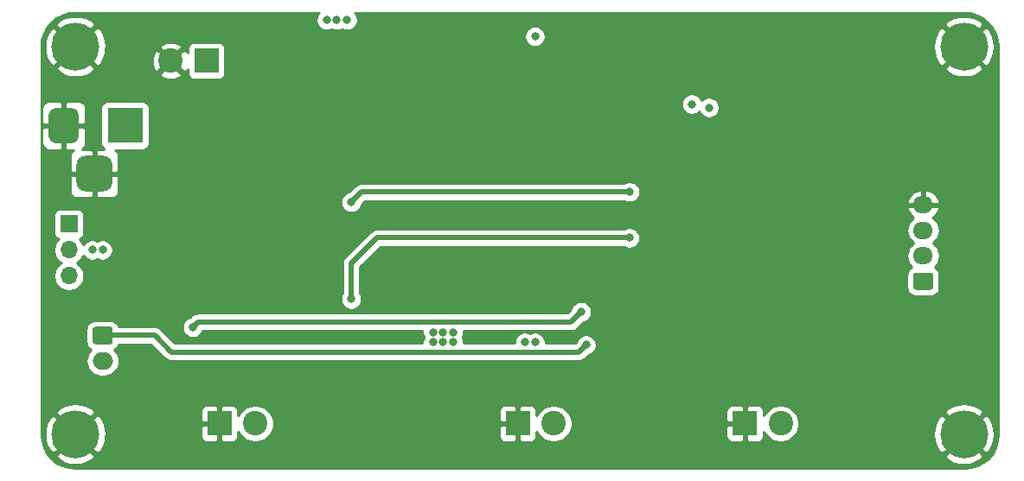
<source format=gbr>
G04 #@! TF.GenerationSoftware,KiCad,Pcbnew,5.1.10-88a1d61d58~90~ubuntu21.04.1*
G04 #@! TF.CreationDate,2021-08-23T14:16:33+02:00*
G04 #@! TF.ProjectId,PowerDistribution,506f7765-7244-4697-9374-726962757469,rev?*
G04 #@! TF.SameCoordinates,Original*
G04 #@! TF.FileFunction,Copper,L4,Bot*
G04 #@! TF.FilePolarity,Positive*
%FSLAX46Y46*%
G04 Gerber Fmt 4.6, Leading zero omitted, Abs format (unit mm)*
G04 Created by KiCad (PCBNEW 5.1.10-88a1d61d58~90~ubuntu21.04.1) date 2021-08-23 14:16:33*
%MOMM*%
%LPD*%
G01*
G04 APERTURE LIST*
G04 #@! TA.AperFunction,ComponentPad*
%ADD10C,2.400000*%
G04 #@! TD*
G04 #@! TA.AperFunction,ComponentPad*
%ADD11R,2.400000X2.400000*%
G04 #@! TD*
G04 #@! TA.AperFunction,ComponentPad*
%ADD12C,4.700000*%
G04 #@! TD*
G04 #@! TA.AperFunction,ComponentPad*
%ADD13O,1.950000X1.700000*%
G04 #@! TD*
G04 #@! TA.AperFunction,ComponentPad*
%ADD14R,3.500000X3.500000*%
G04 #@! TD*
G04 #@! TA.AperFunction,ComponentPad*
%ADD15O,1.700000X1.700000*%
G04 #@! TD*
G04 #@! TA.AperFunction,ComponentPad*
%ADD16R,1.700000X1.700000*%
G04 #@! TD*
G04 #@! TA.AperFunction,ComponentPad*
%ADD17O,2.000000X1.700000*%
G04 #@! TD*
G04 #@! TA.AperFunction,ViaPad*
%ADD18C,0.800000*%
G04 #@! TD*
G04 #@! TA.AperFunction,Conductor*
%ADD19C,0.500000*%
G04 #@! TD*
G04 #@! TA.AperFunction,Conductor*
%ADD20C,0.254000*%
G04 #@! TD*
G04 #@! TA.AperFunction,Conductor*
%ADD21C,0.100000*%
G04 #@! TD*
G04 APERTURE END LIST*
D10*
X33330000Y-25400000D03*
D11*
X36830000Y-25400000D03*
D10*
X41600000Y-60960000D03*
D11*
X38100000Y-60960000D03*
D10*
X93035000Y-60960000D03*
D11*
X89535000Y-60960000D03*
D10*
X70810000Y-60960000D03*
D11*
X67310000Y-60960000D03*
D12*
X24000000Y-24000000D03*
D13*
X107000000Y-39500000D03*
X107000000Y-42000000D03*
X107000000Y-44500000D03*
G04 #@! TA.AperFunction,ComponentPad*
G36*
G01*
X107725000Y-47850000D02*
X106275000Y-47850000D01*
G75*
G02*
X106025000Y-47600000I0J250000D01*
G01*
X106025000Y-46400000D01*
G75*
G02*
X106275000Y-46150000I250000J0D01*
G01*
X107725000Y-46150000D01*
G75*
G02*
X107975000Y-46400000I0J-250000D01*
G01*
X107975000Y-47600000D01*
G75*
G02*
X107725000Y-47850000I-250000J0D01*
G01*
G37*
G04 #@! TD.AperFunction*
D12*
X111000000Y-24000000D03*
X111000000Y-62000000D03*
X24000000Y-62000000D03*
G04 #@! TA.AperFunction,ComponentPad*
G36*
G01*
X24110000Y-37325000D02*
X24110000Y-35575000D01*
G75*
G02*
X24985000Y-34700000I875000J0D01*
G01*
X26735000Y-34700000D01*
G75*
G02*
X27610000Y-35575000I0J-875000D01*
G01*
X27610000Y-37325000D01*
G75*
G02*
X26735000Y-38200000I-875000J0D01*
G01*
X24985000Y-38200000D01*
G75*
G02*
X24110000Y-37325000I0J875000D01*
G01*
G37*
G04 #@! TD.AperFunction*
G04 #@! TA.AperFunction,ComponentPad*
G36*
G01*
X21360000Y-32750000D02*
X21360000Y-30750000D01*
G75*
G02*
X22110000Y-30000000I750000J0D01*
G01*
X23610000Y-30000000D01*
G75*
G02*
X24360000Y-30750000I0J-750000D01*
G01*
X24360000Y-32750000D01*
G75*
G02*
X23610000Y-33500000I-750000J0D01*
G01*
X22110000Y-33500000D01*
G75*
G02*
X21360000Y-32750000I0J750000D01*
G01*
G37*
G04 #@! TD.AperFunction*
D14*
X28860000Y-31750000D03*
D15*
X23368000Y-46482000D03*
X23368000Y-43942000D03*
D16*
X23368000Y-41402000D03*
D17*
X26670000Y-54824000D03*
G04 #@! TA.AperFunction,ComponentPad*
G36*
G01*
X25920000Y-51474000D02*
X27420000Y-51474000D01*
G75*
G02*
X27670000Y-51724000I0J-250000D01*
G01*
X27670000Y-52924000D01*
G75*
G02*
X27420000Y-53174000I-250000J0D01*
G01*
X25920000Y-53174000D01*
G75*
G02*
X25670000Y-52924000I0J250000D01*
G01*
X25670000Y-51724000D01*
G75*
G02*
X25920000Y-51474000I250000J0D01*
G01*
G37*
G04 #@! TD.AperFunction*
D18*
X102000000Y-48500000D03*
X61250000Y-31250000D03*
X60250000Y-31250000D03*
X59250000Y-31250000D03*
X62250000Y-31250000D03*
X79500000Y-46500000D03*
X79500000Y-49500000D03*
X59000000Y-36000000D03*
X45800000Y-31400000D03*
X50600000Y-21400000D03*
X49600000Y-21400000D03*
X48600000Y-21400000D03*
X26670000Y-43942000D03*
X25653994Y-43942000D03*
X59000000Y-53000000D03*
X60000000Y-53000000D03*
X61000000Y-53000000D03*
X61000000Y-52000000D03*
X60000000Y-52000000D03*
X59000000Y-52000000D03*
X69000000Y-53000000D03*
X68000000Y-53000000D03*
X69000000Y-23000000D03*
X74000000Y-53250000D03*
X35500000Y-51500000D03*
X73500000Y-50000000D03*
X86025000Y-29975000D03*
X84350000Y-29650000D03*
X51000000Y-48750000D03*
X78250410Y-42749590D03*
X51000000Y-39250000D03*
X78250000Y-38250000D03*
D19*
X31750000Y-52324000D02*
X26670000Y-52324000D01*
X33376001Y-53950001D02*
X31750000Y-52324000D01*
X73299999Y-53950001D02*
X33376001Y-53950001D01*
X74000000Y-53250000D02*
X73299999Y-53950001D01*
X72500000Y-51000000D02*
X73500000Y-50000000D01*
X36000000Y-51000000D02*
X72500000Y-51000000D01*
X35500000Y-51500000D02*
X36000000Y-51000000D01*
X51000000Y-45250000D02*
X51000000Y-48750000D01*
X53500410Y-42749590D02*
X51000000Y-45250000D01*
X78250410Y-42749590D02*
X53500410Y-42749590D01*
X52000000Y-38250000D02*
X51000000Y-39250000D01*
X78250000Y-38250000D02*
X52000000Y-38250000D01*
D20*
X47796063Y-20740226D02*
X47682795Y-20909744D01*
X47604774Y-21098102D01*
X47565000Y-21298061D01*
X47565000Y-21501939D01*
X47604774Y-21701898D01*
X47682795Y-21890256D01*
X47796063Y-22059774D01*
X47940226Y-22203937D01*
X48109744Y-22317205D01*
X48298102Y-22395226D01*
X48498061Y-22435000D01*
X48701939Y-22435000D01*
X48901898Y-22395226D01*
X49090256Y-22317205D01*
X49100000Y-22310694D01*
X49109744Y-22317205D01*
X49298102Y-22395226D01*
X49498061Y-22435000D01*
X49701939Y-22435000D01*
X49901898Y-22395226D01*
X50090256Y-22317205D01*
X50100000Y-22310694D01*
X50109744Y-22317205D01*
X50298102Y-22395226D01*
X50498061Y-22435000D01*
X50701939Y-22435000D01*
X50901898Y-22395226D01*
X51090256Y-22317205D01*
X51259774Y-22203937D01*
X51403937Y-22059774D01*
X51508334Y-21903532D01*
X109083137Y-21903532D01*
X111000000Y-23820395D01*
X112916863Y-21903532D01*
X112658702Y-21500927D01*
X112139285Y-21225349D01*
X111576087Y-21056399D01*
X110990750Y-21000570D01*
X110405767Y-21060008D01*
X109843621Y-21232429D01*
X109341298Y-21500927D01*
X109083137Y-21903532D01*
X51508334Y-21903532D01*
X51517205Y-21890256D01*
X51595226Y-21701898D01*
X51635000Y-21501939D01*
X51635000Y-21298061D01*
X51595226Y-21098102D01*
X51517205Y-20909744D01*
X51403937Y-20740226D01*
X51323711Y-20660000D01*
X110967722Y-20660000D01*
X111648126Y-20726714D01*
X112271572Y-20914943D01*
X112846579Y-21220681D01*
X113351247Y-21632279D01*
X113766362Y-22134067D01*
X114076105Y-22706924D01*
X114268682Y-23329039D01*
X114340001Y-24007594D01*
X114340000Y-61967721D01*
X114273286Y-62648126D01*
X114085057Y-63271570D01*
X113779323Y-63846573D01*
X113367721Y-64351248D01*
X112865933Y-64766362D01*
X112293077Y-65076104D01*
X111670961Y-65268682D01*
X110992417Y-65340000D01*
X24032279Y-65340000D01*
X23351874Y-65273286D01*
X22728430Y-65085057D01*
X22153427Y-64779323D01*
X21648752Y-64367721D01*
X21424353Y-64096468D01*
X22083137Y-64096468D01*
X22341298Y-64499073D01*
X22860715Y-64774651D01*
X23423913Y-64943601D01*
X24009250Y-64999430D01*
X24594233Y-64939992D01*
X25156379Y-64767571D01*
X25658702Y-64499073D01*
X25916863Y-64096468D01*
X109083137Y-64096468D01*
X109341298Y-64499073D01*
X109860715Y-64774651D01*
X110423913Y-64943601D01*
X111009250Y-64999430D01*
X111594233Y-64939992D01*
X112156379Y-64767571D01*
X112658702Y-64499073D01*
X112916863Y-64096468D01*
X111000000Y-62179605D01*
X109083137Y-64096468D01*
X25916863Y-64096468D01*
X24000000Y-62179605D01*
X22083137Y-64096468D01*
X21424353Y-64096468D01*
X21233638Y-63865933D01*
X20923896Y-63293077D01*
X20731318Y-62670961D01*
X20661770Y-62009250D01*
X21000570Y-62009250D01*
X21060008Y-62594233D01*
X21232429Y-63156379D01*
X21500927Y-63658702D01*
X21903532Y-63916863D01*
X23820395Y-62000000D01*
X24179605Y-62000000D01*
X26096468Y-63916863D01*
X26499073Y-63658702D01*
X26774651Y-63139285D01*
X26943601Y-62576087D01*
X26983287Y-62160000D01*
X36261928Y-62160000D01*
X36274188Y-62284482D01*
X36310498Y-62404180D01*
X36369463Y-62514494D01*
X36448815Y-62611185D01*
X36545506Y-62690537D01*
X36655820Y-62749502D01*
X36775518Y-62785812D01*
X36900000Y-62798072D01*
X37814250Y-62795000D01*
X37973000Y-62636250D01*
X37973000Y-61087000D01*
X36423750Y-61087000D01*
X36265000Y-61245750D01*
X36261928Y-62160000D01*
X26983287Y-62160000D01*
X26999430Y-61990750D01*
X26939992Y-61405767D01*
X26767571Y-60843621D01*
X26499073Y-60341298D01*
X26096468Y-60083137D01*
X24179605Y-62000000D01*
X23820395Y-62000000D01*
X21903532Y-60083137D01*
X21500927Y-60341298D01*
X21225349Y-60860715D01*
X21056399Y-61423913D01*
X21000570Y-62009250D01*
X20661770Y-62009250D01*
X20660000Y-61992417D01*
X20660000Y-59903532D01*
X22083137Y-59903532D01*
X24000000Y-61820395D01*
X25916863Y-59903532D01*
X25824827Y-59760000D01*
X36261928Y-59760000D01*
X36265000Y-60674250D01*
X36423750Y-60833000D01*
X37973000Y-60833000D01*
X37973000Y-59283750D01*
X38227000Y-59283750D01*
X38227000Y-60833000D01*
X38247000Y-60833000D01*
X38247000Y-61087000D01*
X38227000Y-61087000D01*
X38227000Y-62636250D01*
X38385750Y-62795000D01*
X39300000Y-62798072D01*
X39424482Y-62785812D01*
X39544180Y-62749502D01*
X39654494Y-62690537D01*
X39751185Y-62611185D01*
X39830537Y-62514494D01*
X39889502Y-62404180D01*
X39925812Y-62284482D01*
X39938072Y-62160000D01*
X39936659Y-61739426D01*
X39973844Y-61829199D01*
X40174662Y-62129744D01*
X40430256Y-62385338D01*
X40730801Y-62586156D01*
X41064750Y-62724482D01*
X41419268Y-62795000D01*
X41780732Y-62795000D01*
X42135250Y-62724482D01*
X42469199Y-62586156D01*
X42769744Y-62385338D01*
X42995082Y-62160000D01*
X65471928Y-62160000D01*
X65484188Y-62284482D01*
X65520498Y-62404180D01*
X65579463Y-62514494D01*
X65658815Y-62611185D01*
X65755506Y-62690537D01*
X65865820Y-62749502D01*
X65985518Y-62785812D01*
X66110000Y-62798072D01*
X67024250Y-62795000D01*
X67183000Y-62636250D01*
X67183000Y-61087000D01*
X65633750Y-61087000D01*
X65475000Y-61245750D01*
X65471928Y-62160000D01*
X42995082Y-62160000D01*
X43025338Y-62129744D01*
X43226156Y-61829199D01*
X43364482Y-61495250D01*
X43435000Y-61140732D01*
X43435000Y-60779268D01*
X43364482Y-60424750D01*
X43226156Y-60090801D01*
X43025338Y-59790256D01*
X42995082Y-59760000D01*
X65471928Y-59760000D01*
X65475000Y-60674250D01*
X65633750Y-60833000D01*
X67183000Y-60833000D01*
X67183000Y-59283750D01*
X67437000Y-59283750D01*
X67437000Y-60833000D01*
X67457000Y-60833000D01*
X67457000Y-61087000D01*
X67437000Y-61087000D01*
X67437000Y-62636250D01*
X67595750Y-62795000D01*
X68510000Y-62798072D01*
X68634482Y-62785812D01*
X68754180Y-62749502D01*
X68864494Y-62690537D01*
X68961185Y-62611185D01*
X69040537Y-62514494D01*
X69099502Y-62404180D01*
X69135812Y-62284482D01*
X69148072Y-62160000D01*
X69146659Y-61739426D01*
X69183844Y-61829199D01*
X69384662Y-62129744D01*
X69640256Y-62385338D01*
X69940801Y-62586156D01*
X70274750Y-62724482D01*
X70629268Y-62795000D01*
X70990732Y-62795000D01*
X71345250Y-62724482D01*
X71679199Y-62586156D01*
X71979744Y-62385338D01*
X72205082Y-62160000D01*
X87696928Y-62160000D01*
X87709188Y-62284482D01*
X87745498Y-62404180D01*
X87804463Y-62514494D01*
X87883815Y-62611185D01*
X87980506Y-62690537D01*
X88090820Y-62749502D01*
X88210518Y-62785812D01*
X88335000Y-62798072D01*
X89249250Y-62795000D01*
X89408000Y-62636250D01*
X89408000Y-61087000D01*
X87858750Y-61087000D01*
X87700000Y-61245750D01*
X87696928Y-62160000D01*
X72205082Y-62160000D01*
X72235338Y-62129744D01*
X72436156Y-61829199D01*
X72574482Y-61495250D01*
X72645000Y-61140732D01*
X72645000Y-60779268D01*
X72574482Y-60424750D01*
X72436156Y-60090801D01*
X72235338Y-59790256D01*
X72205082Y-59760000D01*
X87696928Y-59760000D01*
X87700000Y-60674250D01*
X87858750Y-60833000D01*
X89408000Y-60833000D01*
X89408000Y-59283750D01*
X89662000Y-59283750D01*
X89662000Y-60833000D01*
X89682000Y-60833000D01*
X89682000Y-61087000D01*
X89662000Y-61087000D01*
X89662000Y-62636250D01*
X89820750Y-62795000D01*
X90735000Y-62798072D01*
X90859482Y-62785812D01*
X90979180Y-62749502D01*
X91089494Y-62690537D01*
X91186185Y-62611185D01*
X91265537Y-62514494D01*
X91324502Y-62404180D01*
X91360812Y-62284482D01*
X91373072Y-62160000D01*
X91371659Y-61739426D01*
X91408844Y-61829199D01*
X91609662Y-62129744D01*
X91865256Y-62385338D01*
X92165801Y-62586156D01*
X92499750Y-62724482D01*
X92854268Y-62795000D01*
X93215732Y-62795000D01*
X93570250Y-62724482D01*
X93904199Y-62586156D01*
X94204744Y-62385338D01*
X94460338Y-62129744D01*
X94540849Y-62009250D01*
X108000570Y-62009250D01*
X108060008Y-62594233D01*
X108232429Y-63156379D01*
X108500927Y-63658702D01*
X108903532Y-63916863D01*
X110820395Y-62000000D01*
X111179605Y-62000000D01*
X113096468Y-63916863D01*
X113499073Y-63658702D01*
X113774651Y-63139285D01*
X113943601Y-62576087D01*
X113999430Y-61990750D01*
X113939992Y-61405767D01*
X113767571Y-60843621D01*
X113499073Y-60341298D01*
X113096468Y-60083137D01*
X111179605Y-62000000D01*
X110820395Y-62000000D01*
X108903532Y-60083137D01*
X108500927Y-60341298D01*
X108225349Y-60860715D01*
X108056399Y-61423913D01*
X108000570Y-62009250D01*
X94540849Y-62009250D01*
X94661156Y-61829199D01*
X94799482Y-61495250D01*
X94870000Y-61140732D01*
X94870000Y-60779268D01*
X94799482Y-60424750D01*
X94661156Y-60090801D01*
X94536027Y-59903532D01*
X109083137Y-59903532D01*
X111000000Y-61820395D01*
X112916863Y-59903532D01*
X112658702Y-59500927D01*
X112139285Y-59225349D01*
X111576087Y-59056399D01*
X110990750Y-59000570D01*
X110405767Y-59060008D01*
X109843621Y-59232429D01*
X109341298Y-59500927D01*
X109083137Y-59903532D01*
X94536027Y-59903532D01*
X94460338Y-59790256D01*
X94204744Y-59534662D01*
X93904199Y-59333844D01*
X93570250Y-59195518D01*
X93215732Y-59125000D01*
X92854268Y-59125000D01*
X92499750Y-59195518D01*
X92165801Y-59333844D01*
X91865256Y-59534662D01*
X91609662Y-59790256D01*
X91408844Y-60090801D01*
X91371659Y-60180574D01*
X91373072Y-59760000D01*
X91360812Y-59635518D01*
X91324502Y-59515820D01*
X91265537Y-59405506D01*
X91186185Y-59308815D01*
X91089494Y-59229463D01*
X90979180Y-59170498D01*
X90859482Y-59134188D01*
X90735000Y-59121928D01*
X89820750Y-59125000D01*
X89662000Y-59283750D01*
X89408000Y-59283750D01*
X89249250Y-59125000D01*
X88335000Y-59121928D01*
X88210518Y-59134188D01*
X88090820Y-59170498D01*
X87980506Y-59229463D01*
X87883815Y-59308815D01*
X87804463Y-59405506D01*
X87745498Y-59515820D01*
X87709188Y-59635518D01*
X87696928Y-59760000D01*
X72205082Y-59760000D01*
X71979744Y-59534662D01*
X71679199Y-59333844D01*
X71345250Y-59195518D01*
X70990732Y-59125000D01*
X70629268Y-59125000D01*
X70274750Y-59195518D01*
X69940801Y-59333844D01*
X69640256Y-59534662D01*
X69384662Y-59790256D01*
X69183844Y-60090801D01*
X69146659Y-60180574D01*
X69148072Y-59760000D01*
X69135812Y-59635518D01*
X69099502Y-59515820D01*
X69040537Y-59405506D01*
X68961185Y-59308815D01*
X68864494Y-59229463D01*
X68754180Y-59170498D01*
X68634482Y-59134188D01*
X68510000Y-59121928D01*
X67595750Y-59125000D01*
X67437000Y-59283750D01*
X67183000Y-59283750D01*
X67024250Y-59125000D01*
X66110000Y-59121928D01*
X65985518Y-59134188D01*
X65865820Y-59170498D01*
X65755506Y-59229463D01*
X65658815Y-59308815D01*
X65579463Y-59405506D01*
X65520498Y-59515820D01*
X65484188Y-59635518D01*
X65471928Y-59760000D01*
X42995082Y-59760000D01*
X42769744Y-59534662D01*
X42469199Y-59333844D01*
X42135250Y-59195518D01*
X41780732Y-59125000D01*
X41419268Y-59125000D01*
X41064750Y-59195518D01*
X40730801Y-59333844D01*
X40430256Y-59534662D01*
X40174662Y-59790256D01*
X39973844Y-60090801D01*
X39936659Y-60180574D01*
X39938072Y-59760000D01*
X39925812Y-59635518D01*
X39889502Y-59515820D01*
X39830537Y-59405506D01*
X39751185Y-59308815D01*
X39654494Y-59229463D01*
X39544180Y-59170498D01*
X39424482Y-59134188D01*
X39300000Y-59121928D01*
X38385750Y-59125000D01*
X38227000Y-59283750D01*
X37973000Y-59283750D01*
X37814250Y-59125000D01*
X36900000Y-59121928D01*
X36775518Y-59134188D01*
X36655820Y-59170498D01*
X36545506Y-59229463D01*
X36448815Y-59308815D01*
X36369463Y-59405506D01*
X36310498Y-59515820D01*
X36274188Y-59635518D01*
X36261928Y-59760000D01*
X25824827Y-59760000D01*
X25658702Y-59500927D01*
X25139285Y-59225349D01*
X24576087Y-59056399D01*
X23990750Y-59000570D01*
X23405767Y-59060008D01*
X22843621Y-59232429D01*
X22341298Y-59500927D01*
X22083137Y-59903532D01*
X20660000Y-59903532D01*
X20660000Y-54824000D01*
X25027815Y-54824000D01*
X25056487Y-55115111D01*
X25141401Y-55395034D01*
X25279294Y-55653014D01*
X25464866Y-55879134D01*
X25690986Y-56064706D01*
X25948966Y-56202599D01*
X26228889Y-56287513D01*
X26447050Y-56309000D01*
X26892950Y-56309000D01*
X27111111Y-56287513D01*
X27391034Y-56202599D01*
X27649014Y-56064706D01*
X27875134Y-55879134D01*
X28060706Y-55653014D01*
X28198599Y-55395034D01*
X28283513Y-55115111D01*
X28312185Y-54824000D01*
X28283513Y-54532889D01*
X28198599Y-54252966D01*
X28060706Y-53994986D01*
X27875134Y-53768866D01*
X27811663Y-53716777D01*
X27913386Y-53662405D01*
X28047962Y-53551962D01*
X28158405Y-53417386D01*
X28240472Y-53263850D01*
X28257110Y-53209000D01*
X31383422Y-53209000D01*
X32719471Y-54545050D01*
X32747184Y-54578818D01*
X32780952Y-54606531D01*
X32780954Y-54606533D01*
X32881942Y-54689412D01*
X33035687Y-54771590D01*
X33202511Y-54822196D01*
X33332524Y-54835001D01*
X33332532Y-54835001D01*
X33376001Y-54839282D01*
X33419470Y-54835001D01*
X73256530Y-54835001D01*
X73299999Y-54839282D01*
X73343468Y-54835001D01*
X73343476Y-54835001D01*
X73473489Y-54822196D01*
X73640312Y-54771590D01*
X73794058Y-54689412D01*
X73928816Y-54578818D01*
X73956533Y-54545045D01*
X74245043Y-54256535D01*
X74301898Y-54245226D01*
X74490256Y-54167205D01*
X74659774Y-54053937D01*
X74803937Y-53909774D01*
X74917205Y-53740256D01*
X74995226Y-53551898D01*
X75035000Y-53351939D01*
X75035000Y-53148061D01*
X74995226Y-52948102D01*
X74917205Y-52759744D01*
X74803937Y-52590226D01*
X74659774Y-52446063D01*
X74490256Y-52332795D01*
X74301898Y-52254774D01*
X74101939Y-52215000D01*
X73898061Y-52215000D01*
X73698102Y-52254774D01*
X73509744Y-52332795D01*
X73340226Y-52446063D01*
X73196063Y-52590226D01*
X73082795Y-52759744D01*
X73004774Y-52948102D01*
X72993465Y-53004957D01*
X72933421Y-53065001D01*
X70035000Y-53065001D01*
X70035000Y-52898061D01*
X69995226Y-52698102D01*
X69917205Y-52509744D01*
X69803937Y-52340226D01*
X69659774Y-52196063D01*
X69490256Y-52082795D01*
X69301898Y-52004774D01*
X69101939Y-51965000D01*
X68898061Y-51965000D01*
X68698102Y-52004774D01*
X68509744Y-52082795D01*
X68500000Y-52089306D01*
X68490256Y-52082795D01*
X68301898Y-52004774D01*
X68101939Y-51965000D01*
X67898061Y-51965000D01*
X67698102Y-52004774D01*
X67509744Y-52082795D01*
X67340226Y-52196063D01*
X67196063Y-52340226D01*
X67082795Y-52509744D01*
X67004774Y-52698102D01*
X66965000Y-52898061D01*
X66965000Y-53065001D01*
X62035000Y-53065001D01*
X62035000Y-52898061D01*
X61995226Y-52698102D01*
X61917205Y-52509744D01*
X61910694Y-52500000D01*
X61917205Y-52490256D01*
X61995226Y-52301898D01*
X62035000Y-52101939D01*
X62035000Y-51898061D01*
X62032402Y-51885000D01*
X72456531Y-51885000D01*
X72500000Y-51889281D01*
X72543469Y-51885000D01*
X72543477Y-51885000D01*
X72673490Y-51872195D01*
X72840313Y-51821589D01*
X72994059Y-51739411D01*
X73128817Y-51628817D01*
X73156534Y-51595044D01*
X73745044Y-51006535D01*
X73801898Y-50995226D01*
X73990256Y-50917205D01*
X74159774Y-50803937D01*
X74303937Y-50659774D01*
X74417205Y-50490256D01*
X74495226Y-50301898D01*
X74535000Y-50101939D01*
X74535000Y-49898061D01*
X74495226Y-49698102D01*
X74417205Y-49509744D01*
X74303937Y-49340226D01*
X74159774Y-49196063D01*
X73990256Y-49082795D01*
X73801898Y-49004774D01*
X73601939Y-48965000D01*
X73398061Y-48965000D01*
X73198102Y-49004774D01*
X73009744Y-49082795D01*
X72840226Y-49196063D01*
X72696063Y-49340226D01*
X72582795Y-49509744D01*
X72504774Y-49698102D01*
X72493465Y-49754956D01*
X72133422Y-50115000D01*
X36043469Y-50115000D01*
X36000000Y-50110719D01*
X35956531Y-50115000D01*
X35956523Y-50115000D01*
X35826510Y-50127805D01*
X35659687Y-50178411D01*
X35505941Y-50260589D01*
X35371183Y-50371183D01*
X35343468Y-50404954D01*
X35254957Y-50493465D01*
X35198102Y-50504774D01*
X35009744Y-50582795D01*
X34840226Y-50696063D01*
X34696063Y-50840226D01*
X34582795Y-51009744D01*
X34504774Y-51198102D01*
X34465000Y-51398061D01*
X34465000Y-51601939D01*
X34504774Y-51801898D01*
X34582795Y-51990256D01*
X34696063Y-52159774D01*
X34840226Y-52303937D01*
X35009744Y-52417205D01*
X35198102Y-52495226D01*
X35398061Y-52535000D01*
X35601939Y-52535000D01*
X35801898Y-52495226D01*
X35990256Y-52417205D01*
X36159774Y-52303937D01*
X36303937Y-52159774D01*
X36417205Y-51990256D01*
X36460804Y-51885000D01*
X57967598Y-51885000D01*
X57965000Y-51898061D01*
X57965000Y-52101939D01*
X58004774Y-52301898D01*
X58082795Y-52490256D01*
X58089306Y-52500000D01*
X58082795Y-52509744D01*
X58004774Y-52698102D01*
X57965000Y-52898061D01*
X57965000Y-53065001D01*
X33742580Y-53065001D01*
X32406534Y-51728956D01*
X32378817Y-51695183D01*
X32244059Y-51584589D01*
X32090313Y-51502411D01*
X31923490Y-51451805D01*
X31793477Y-51439000D01*
X31793469Y-51439000D01*
X31750000Y-51434719D01*
X31706531Y-51439000D01*
X28257110Y-51439000D01*
X28240472Y-51384150D01*
X28158405Y-51230614D01*
X28047962Y-51096038D01*
X27913386Y-50985595D01*
X27759850Y-50903528D01*
X27593254Y-50852992D01*
X27420000Y-50835928D01*
X25920000Y-50835928D01*
X25746746Y-50852992D01*
X25580150Y-50903528D01*
X25426614Y-50985595D01*
X25292038Y-51096038D01*
X25181595Y-51230614D01*
X25099528Y-51384150D01*
X25048992Y-51550746D01*
X25031928Y-51724000D01*
X25031928Y-52924000D01*
X25048992Y-53097254D01*
X25099528Y-53263850D01*
X25181595Y-53417386D01*
X25292038Y-53551962D01*
X25426614Y-53662405D01*
X25528337Y-53716777D01*
X25464866Y-53768866D01*
X25279294Y-53994986D01*
X25141401Y-54252966D01*
X25056487Y-54532889D01*
X25027815Y-54824000D01*
X20660000Y-54824000D01*
X20660000Y-48648061D01*
X49965000Y-48648061D01*
X49965000Y-48851939D01*
X50004774Y-49051898D01*
X50082795Y-49240256D01*
X50196063Y-49409774D01*
X50340226Y-49553937D01*
X50509744Y-49667205D01*
X50698102Y-49745226D01*
X50898061Y-49785000D01*
X51101939Y-49785000D01*
X51301898Y-49745226D01*
X51490256Y-49667205D01*
X51659774Y-49553937D01*
X51803937Y-49409774D01*
X51917205Y-49240256D01*
X51995226Y-49051898D01*
X52035000Y-48851939D01*
X52035000Y-48648061D01*
X51995226Y-48448102D01*
X51917205Y-48259744D01*
X51885000Y-48211546D01*
X51885000Y-45616578D01*
X53866989Y-43634590D01*
X77711956Y-43634590D01*
X77760154Y-43666795D01*
X77948512Y-43744816D01*
X78148471Y-43784590D01*
X78352349Y-43784590D01*
X78552308Y-43744816D01*
X78740666Y-43666795D01*
X78910184Y-43553527D01*
X79054347Y-43409364D01*
X79167615Y-43239846D01*
X79245636Y-43051488D01*
X79285410Y-42851529D01*
X79285410Y-42647651D01*
X79245636Y-42447692D01*
X79167615Y-42259334D01*
X79054347Y-42089816D01*
X78964531Y-42000000D01*
X105382815Y-42000000D01*
X105411487Y-42291111D01*
X105496401Y-42571034D01*
X105634294Y-42829014D01*
X105819866Y-43055134D01*
X106045986Y-43240706D01*
X106063374Y-43250000D01*
X106045986Y-43259294D01*
X105819866Y-43444866D01*
X105634294Y-43670986D01*
X105496401Y-43928966D01*
X105411487Y-44208889D01*
X105382815Y-44500000D01*
X105411487Y-44791111D01*
X105496401Y-45071034D01*
X105634294Y-45329014D01*
X105819866Y-45555134D01*
X105883337Y-45607223D01*
X105781614Y-45661595D01*
X105647038Y-45772038D01*
X105536595Y-45906614D01*
X105454528Y-46060150D01*
X105403992Y-46226746D01*
X105386928Y-46400000D01*
X105386928Y-47600000D01*
X105403992Y-47773254D01*
X105454528Y-47939850D01*
X105536595Y-48093386D01*
X105647038Y-48227962D01*
X105781614Y-48338405D01*
X105935150Y-48420472D01*
X106101746Y-48471008D01*
X106275000Y-48488072D01*
X107725000Y-48488072D01*
X107898254Y-48471008D01*
X108064850Y-48420472D01*
X108218386Y-48338405D01*
X108352962Y-48227962D01*
X108463405Y-48093386D01*
X108545472Y-47939850D01*
X108596008Y-47773254D01*
X108613072Y-47600000D01*
X108613072Y-46400000D01*
X108596008Y-46226746D01*
X108545472Y-46060150D01*
X108463405Y-45906614D01*
X108352962Y-45772038D01*
X108218386Y-45661595D01*
X108116663Y-45607223D01*
X108180134Y-45555134D01*
X108365706Y-45329014D01*
X108503599Y-45071034D01*
X108588513Y-44791111D01*
X108617185Y-44500000D01*
X108588513Y-44208889D01*
X108503599Y-43928966D01*
X108365706Y-43670986D01*
X108180134Y-43444866D01*
X107954014Y-43259294D01*
X107936626Y-43250000D01*
X107954014Y-43240706D01*
X108180134Y-43055134D01*
X108365706Y-42829014D01*
X108503599Y-42571034D01*
X108588513Y-42291111D01*
X108617185Y-42000000D01*
X108588513Y-41708889D01*
X108503599Y-41428966D01*
X108365706Y-41170986D01*
X108180134Y-40944866D01*
X107954014Y-40759294D01*
X107928278Y-40745538D01*
X108134429Y-40589049D01*
X108327496Y-40371193D01*
X108474352Y-40119858D01*
X108566476Y-39856890D01*
X108445155Y-39627000D01*
X107127000Y-39627000D01*
X107127000Y-39647000D01*
X106873000Y-39647000D01*
X106873000Y-39627000D01*
X105554845Y-39627000D01*
X105433524Y-39856890D01*
X105525648Y-40119858D01*
X105672504Y-40371193D01*
X105865571Y-40589049D01*
X106071722Y-40745538D01*
X106045986Y-40759294D01*
X105819866Y-40944866D01*
X105634294Y-41170986D01*
X105496401Y-41428966D01*
X105411487Y-41708889D01*
X105382815Y-42000000D01*
X78964531Y-42000000D01*
X78910184Y-41945653D01*
X78740666Y-41832385D01*
X78552308Y-41754364D01*
X78352349Y-41714590D01*
X78148471Y-41714590D01*
X77948512Y-41754364D01*
X77760154Y-41832385D01*
X77711956Y-41864590D01*
X53543879Y-41864590D01*
X53500410Y-41860309D01*
X53456941Y-41864590D01*
X53456933Y-41864590D01*
X53326920Y-41877395D01*
X53160097Y-41928001D01*
X53025395Y-42000000D01*
X53006351Y-42010179D01*
X52905363Y-42093058D01*
X52905361Y-42093060D01*
X52871593Y-42120773D01*
X52843880Y-42154541D01*
X50404956Y-44593466D01*
X50371183Y-44621183D01*
X50260589Y-44755942D01*
X50178411Y-44909688D01*
X50127805Y-45076511D01*
X50115000Y-45206524D01*
X50115000Y-45206531D01*
X50110719Y-45250000D01*
X50115000Y-45293469D01*
X50115001Y-48211544D01*
X50082795Y-48259744D01*
X50004774Y-48448102D01*
X49965000Y-48648061D01*
X20660000Y-48648061D01*
X20660000Y-40552000D01*
X21879928Y-40552000D01*
X21879928Y-42252000D01*
X21892188Y-42376482D01*
X21928498Y-42496180D01*
X21987463Y-42606494D01*
X22066815Y-42703185D01*
X22163506Y-42782537D01*
X22273820Y-42841502D01*
X22346380Y-42863513D01*
X22214525Y-42995368D01*
X22052010Y-43238589D01*
X21940068Y-43508842D01*
X21883000Y-43795740D01*
X21883000Y-44088260D01*
X21940068Y-44375158D01*
X22052010Y-44645411D01*
X22214525Y-44888632D01*
X22421368Y-45095475D01*
X22595760Y-45212000D01*
X22421368Y-45328525D01*
X22214525Y-45535368D01*
X22052010Y-45778589D01*
X21940068Y-46048842D01*
X21883000Y-46335740D01*
X21883000Y-46628260D01*
X21940068Y-46915158D01*
X22052010Y-47185411D01*
X22214525Y-47428632D01*
X22421368Y-47635475D01*
X22664589Y-47797990D01*
X22934842Y-47909932D01*
X23221740Y-47967000D01*
X23514260Y-47967000D01*
X23801158Y-47909932D01*
X24071411Y-47797990D01*
X24314632Y-47635475D01*
X24521475Y-47428632D01*
X24683990Y-47185411D01*
X24795932Y-46915158D01*
X24853000Y-46628260D01*
X24853000Y-46335740D01*
X24795932Y-46048842D01*
X24683990Y-45778589D01*
X24521475Y-45535368D01*
X24314632Y-45328525D01*
X24140240Y-45212000D01*
X24314632Y-45095475D01*
X24521475Y-44888632D01*
X24683990Y-44645411D01*
X24758699Y-44465047D01*
X24850057Y-44601774D01*
X24994220Y-44745937D01*
X25163738Y-44859205D01*
X25352096Y-44937226D01*
X25552055Y-44977000D01*
X25755933Y-44977000D01*
X25955892Y-44937226D01*
X26144250Y-44859205D01*
X26161997Y-44847347D01*
X26179744Y-44859205D01*
X26368102Y-44937226D01*
X26568061Y-44977000D01*
X26771939Y-44977000D01*
X26971898Y-44937226D01*
X27160256Y-44859205D01*
X27329774Y-44745937D01*
X27473937Y-44601774D01*
X27587205Y-44432256D01*
X27665226Y-44243898D01*
X27705000Y-44043939D01*
X27705000Y-43840061D01*
X27665226Y-43640102D01*
X27587205Y-43451744D01*
X27473937Y-43282226D01*
X27329774Y-43138063D01*
X27160256Y-43024795D01*
X26971898Y-42946774D01*
X26771939Y-42907000D01*
X26568061Y-42907000D01*
X26368102Y-42946774D01*
X26179744Y-43024795D01*
X26161997Y-43036653D01*
X26144250Y-43024795D01*
X25955892Y-42946774D01*
X25755933Y-42907000D01*
X25552055Y-42907000D01*
X25352096Y-42946774D01*
X25163738Y-43024795D01*
X24994220Y-43138063D01*
X24850057Y-43282226D01*
X24758699Y-43418953D01*
X24683990Y-43238589D01*
X24521475Y-42995368D01*
X24389620Y-42863513D01*
X24462180Y-42841502D01*
X24572494Y-42782537D01*
X24669185Y-42703185D01*
X24748537Y-42606494D01*
X24807502Y-42496180D01*
X24843812Y-42376482D01*
X24856072Y-42252000D01*
X24856072Y-40552000D01*
X24843812Y-40427518D01*
X24807502Y-40307820D01*
X24748537Y-40197506D01*
X24669185Y-40100815D01*
X24572494Y-40021463D01*
X24462180Y-39962498D01*
X24342482Y-39926188D01*
X24218000Y-39913928D01*
X22518000Y-39913928D01*
X22393518Y-39926188D01*
X22273820Y-39962498D01*
X22163506Y-40021463D01*
X22066815Y-40100815D01*
X21987463Y-40197506D01*
X21928498Y-40307820D01*
X21892188Y-40427518D01*
X21879928Y-40552000D01*
X20660000Y-40552000D01*
X20660000Y-39148061D01*
X49965000Y-39148061D01*
X49965000Y-39351939D01*
X50004774Y-39551898D01*
X50082795Y-39740256D01*
X50196063Y-39909774D01*
X50340226Y-40053937D01*
X50509744Y-40167205D01*
X50698102Y-40245226D01*
X50898061Y-40285000D01*
X51101939Y-40285000D01*
X51301898Y-40245226D01*
X51490256Y-40167205D01*
X51659774Y-40053937D01*
X51803937Y-39909774D01*
X51917205Y-39740256D01*
X51995226Y-39551898D01*
X52006535Y-39495043D01*
X52366579Y-39135000D01*
X77711546Y-39135000D01*
X77759744Y-39167205D01*
X77948102Y-39245226D01*
X78148061Y-39285000D01*
X78351939Y-39285000D01*
X78551898Y-39245226D01*
X78740256Y-39167205D01*
X78776316Y-39143110D01*
X105433524Y-39143110D01*
X105554845Y-39373000D01*
X106873000Y-39373000D01*
X106873000Y-38173835D01*
X107127000Y-38173835D01*
X107127000Y-39373000D01*
X108445155Y-39373000D01*
X108566476Y-39143110D01*
X108474352Y-38880142D01*
X108327496Y-38628807D01*
X108134429Y-38410951D01*
X107902570Y-38234947D01*
X107640830Y-38107558D01*
X107359267Y-38033680D01*
X107127000Y-38173835D01*
X106873000Y-38173835D01*
X106640733Y-38033680D01*
X106359170Y-38107558D01*
X106097430Y-38234947D01*
X105865571Y-38410951D01*
X105672504Y-38628807D01*
X105525648Y-38880142D01*
X105433524Y-39143110D01*
X78776316Y-39143110D01*
X78909774Y-39053937D01*
X79053937Y-38909774D01*
X79167205Y-38740256D01*
X79245226Y-38551898D01*
X79285000Y-38351939D01*
X79285000Y-38148061D01*
X79245226Y-37948102D01*
X79167205Y-37759744D01*
X79053937Y-37590226D01*
X78909774Y-37446063D01*
X78740256Y-37332795D01*
X78551898Y-37254774D01*
X78351939Y-37215000D01*
X78148061Y-37215000D01*
X77948102Y-37254774D01*
X77759744Y-37332795D01*
X77711546Y-37365000D01*
X52043469Y-37365000D01*
X52000000Y-37360719D01*
X51956531Y-37365000D01*
X51956523Y-37365000D01*
X51826510Y-37377805D01*
X51659686Y-37428411D01*
X51505941Y-37510589D01*
X51404953Y-37593468D01*
X51404951Y-37593470D01*
X51371183Y-37621183D01*
X51343470Y-37654951D01*
X50754957Y-38243465D01*
X50698102Y-38254774D01*
X50509744Y-38332795D01*
X50340226Y-38446063D01*
X50196063Y-38590226D01*
X50082795Y-38759744D01*
X50004774Y-38948102D01*
X49965000Y-39148061D01*
X20660000Y-39148061D01*
X20660000Y-38200000D01*
X23471928Y-38200000D01*
X23484188Y-38324482D01*
X23520498Y-38444180D01*
X23579463Y-38554494D01*
X23658815Y-38651185D01*
X23755506Y-38730537D01*
X23865820Y-38789502D01*
X23985518Y-38825812D01*
X24110000Y-38838072D01*
X25574250Y-38835000D01*
X25733000Y-38676250D01*
X25733000Y-36577000D01*
X25987000Y-36577000D01*
X25987000Y-38676250D01*
X26145750Y-38835000D01*
X27610000Y-38838072D01*
X27734482Y-38825812D01*
X27854180Y-38789502D01*
X27964494Y-38730537D01*
X28061185Y-38651185D01*
X28140537Y-38554494D01*
X28199502Y-38444180D01*
X28235812Y-38324482D01*
X28248072Y-38200000D01*
X28245000Y-36735750D01*
X28086250Y-36577000D01*
X25987000Y-36577000D01*
X25733000Y-36577000D01*
X23633750Y-36577000D01*
X23475000Y-36735750D01*
X23471928Y-38200000D01*
X20660000Y-38200000D01*
X20660000Y-33500000D01*
X20721928Y-33500000D01*
X20734188Y-33624482D01*
X20770498Y-33744180D01*
X20829463Y-33854494D01*
X20908815Y-33951185D01*
X21005506Y-34030537D01*
X21115820Y-34089502D01*
X21235518Y-34125812D01*
X21360000Y-34138072D01*
X22574250Y-34135000D01*
X22733000Y-33976250D01*
X22733000Y-31877000D01*
X22987000Y-31877000D01*
X22987000Y-33976250D01*
X23145750Y-34135000D01*
X23816805Y-34136698D01*
X23755506Y-34169463D01*
X23658815Y-34248815D01*
X23579463Y-34345506D01*
X23520498Y-34455820D01*
X23484188Y-34575518D01*
X23471928Y-34700000D01*
X23475000Y-36164250D01*
X23633750Y-36323000D01*
X25733000Y-36323000D01*
X25733000Y-34223750D01*
X25987000Y-34223750D01*
X25987000Y-36323000D01*
X28086250Y-36323000D01*
X28245000Y-36164250D01*
X28248072Y-34700000D01*
X28235812Y-34575518D01*
X28199502Y-34455820D01*
X28140537Y-34345506D01*
X28061185Y-34248815D01*
X27964494Y-34169463D01*
X27905767Y-34138072D01*
X30610000Y-34138072D01*
X30734482Y-34125812D01*
X30854180Y-34089502D01*
X30964494Y-34030537D01*
X31061185Y-33951185D01*
X31140537Y-33854494D01*
X31199502Y-33744180D01*
X31235812Y-33624482D01*
X31248072Y-33500000D01*
X31248072Y-30000000D01*
X31235812Y-29875518D01*
X31199502Y-29755820D01*
X31140537Y-29645506D01*
X31061185Y-29548815D01*
X31060267Y-29548061D01*
X83315000Y-29548061D01*
X83315000Y-29751939D01*
X83354774Y-29951898D01*
X83432795Y-30140256D01*
X83546063Y-30309774D01*
X83690226Y-30453937D01*
X83859744Y-30567205D01*
X84048102Y-30645226D01*
X84248061Y-30685000D01*
X84451939Y-30685000D01*
X84651898Y-30645226D01*
X84840256Y-30567205D01*
X85009774Y-30453937D01*
X85075770Y-30387941D01*
X85107795Y-30465256D01*
X85221063Y-30634774D01*
X85365226Y-30778937D01*
X85534744Y-30892205D01*
X85723102Y-30970226D01*
X85923061Y-31010000D01*
X86126939Y-31010000D01*
X86326898Y-30970226D01*
X86515256Y-30892205D01*
X86684774Y-30778937D01*
X86828937Y-30634774D01*
X86942205Y-30465256D01*
X87020226Y-30276898D01*
X87060000Y-30076939D01*
X87060000Y-29873061D01*
X87020226Y-29673102D01*
X86942205Y-29484744D01*
X86828937Y-29315226D01*
X86684774Y-29171063D01*
X86515256Y-29057795D01*
X86326898Y-28979774D01*
X86126939Y-28940000D01*
X85923061Y-28940000D01*
X85723102Y-28979774D01*
X85534744Y-29057795D01*
X85365226Y-29171063D01*
X85299230Y-29237059D01*
X85267205Y-29159744D01*
X85153937Y-28990226D01*
X85009774Y-28846063D01*
X84840256Y-28732795D01*
X84651898Y-28654774D01*
X84451939Y-28615000D01*
X84248061Y-28615000D01*
X84048102Y-28654774D01*
X83859744Y-28732795D01*
X83690226Y-28846063D01*
X83546063Y-28990226D01*
X83432795Y-29159744D01*
X83354774Y-29348102D01*
X83315000Y-29548061D01*
X31060267Y-29548061D01*
X30964494Y-29469463D01*
X30854180Y-29410498D01*
X30734482Y-29374188D01*
X30610000Y-29361928D01*
X27110000Y-29361928D01*
X26985518Y-29374188D01*
X26865820Y-29410498D01*
X26755506Y-29469463D01*
X26658815Y-29548815D01*
X26579463Y-29645506D01*
X26520498Y-29755820D01*
X26484188Y-29875518D01*
X26471928Y-30000000D01*
X26471928Y-33500000D01*
X26484188Y-33624482D01*
X26520498Y-33744180D01*
X26579463Y-33854494D01*
X26658815Y-33951185D01*
X26755506Y-34030537D01*
X26817345Y-34063591D01*
X26145750Y-34065000D01*
X25987000Y-34223750D01*
X25733000Y-34223750D01*
X25574250Y-34065000D01*
X24653633Y-34063069D01*
X24714494Y-34030537D01*
X24811185Y-33951185D01*
X24890537Y-33854494D01*
X24949502Y-33744180D01*
X24985812Y-33624482D01*
X24998072Y-33500000D01*
X24995000Y-32035750D01*
X24836250Y-31877000D01*
X22987000Y-31877000D01*
X22733000Y-31877000D01*
X20883750Y-31877000D01*
X20725000Y-32035750D01*
X20721928Y-33500000D01*
X20660000Y-33500000D01*
X20660000Y-30000000D01*
X20721928Y-30000000D01*
X20725000Y-31464250D01*
X20883750Y-31623000D01*
X22733000Y-31623000D01*
X22733000Y-29523750D01*
X22987000Y-29523750D01*
X22987000Y-31623000D01*
X24836250Y-31623000D01*
X24995000Y-31464250D01*
X24998072Y-30000000D01*
X24985812Y-29875518D01*
X24949502Y-29755820D01*
X24890537Y-29645506D01*
X24811185Y-29548815D01*
X24714494Y-29469463D01*
X24604180Y-29410498D01*
X24484482Y-29374188D01*
X24360000Y-29361928D01*
X23145750Y-29365000D01*
X22987000Y-29523750D01*
X22733000Y-29523750D01*
X22574250Y-29365000D01*
X21360000Y-29361928D01*
X21235518Y-29374188D01*
X21115820Y-29410498D01*
X21005506Y-29469463D01*
X20908815Y-29548815D01*
X20829463Y-29645506D01*
X20770498Y-29755820D01*
X20734188Y-29875518D01*
X20721928Y-30000000D01*
X20660000Y-30000000D01*
X20660000Y-26096468D01*
X22083137Y-26096468D01*
X22341298Y-26499073D01*
X22860715Y-26774651D01*
X23423913Y-26943601D01*
X24009250Y-26999430D01*
X24594233Y-26939992D01*
X25156379Y-26767571D01*
X25323991Y-26677980D01*
X32231626Y-26677980D01*
X32351514Y-26962836D01*
X32675210Y-27123699D01*
X33024069Y-27218322D01*
X33384684Y-27243067D01*
X33743198Y-27196985D01*
X34085833Y-27081846D01*
X34308486Y-26962836D01*
X34428374Y-26677980D01*
X33330000Y-25579605D01*
X32231626Y-26677980D01*
X25323991Y-26677980D01*
X25658702Y-26499073D01*
X25916863Y-26096468D01*
X24000000Y-24179605D01*
X22083137Y-26096468D01*
X20660000Y-26096468D01*
X20660000Y-24032278D01*
X20662257Y-24009250D01*
X21000570Y-24009250D01*
X21060008Y-24594233D01*
X21232429Y-25156379D01*
X21500927Y-25658702D01*
X21903532Y-25916863D01*
X23820395Y-24000000D01*
X24179605Y-24000000D01*
X26096468Y-25916863D01*
X26499073Y-25658702D01*
X26607315Y-25454684D01*
X31486933Y-25454684D01*
X31533015Y-25813198D01*
X31648154Y-26155833D01*
X31767164Y-26378486D01*
X32052020Y-26498374D01*
X33150395Y-25400000D01*
X33509605Y-25400000D01*
X34607980Y-26498374D01*
X34892836Y-26378486D01*
X34991928Y-26179088D01*
X34991928Y-26600000D01*
X35004188Y-26724482D01*
X35040498Y-26844180D01*
X35099463Y-26954494D01*
X35178815Y-27051185D01*
X35275506Y-27130537D01*
X35385820Y-27189502D01*
X35505518Y-27225812D01*
X35630000Y-27238072D01*
X38030000Y-27238072D01*
X38154482Y-27225812D01*
X38274180Y-27189502D01*
X38384494Y-27130537D01*
X38481185Y-27051185D01*
X38560537Y-26954494D01*
X38619502Y-26844180D01*
X38655812Y-26724482D01*
X38668072Y-26600000D01*
X38668072Y-26096468D01*
X109083137Y-26096468D01*
X109341298Y-26499073D01*
X109860715Y-26774651D01*
X110423913Y-26943601D01*
X111009250Y-26999430D01*
X111594233Y-26939992D01*
X112156379Y-26767571D01*
X112658702Y-26499073D01*
X112916863Y-26096468D01*
X111000000Y-24179605D01*
X109083137Y-26096468D01*
X38668072Y-26096468D01*
X38668072Y-24200000D01*
X38655812Y-24075518D01*
X38619502Y-23955820D01*
X38560537Y-23845506D01*
X38481185Y-23748815D01*
X38384494Y-23669463D01*
X38274180Y-23610498D01*
X38154482Y-23574188D01*
X38030000Y-23561928D01*
X35630000Y-23561928D01*
X35505518Y-23574188D01*
X35385820Y-23610498D01*
X35275506Y-23669463D01*
X35178815Y-23748815D01*
X35099463Y-23845506D01*
X35040498Y-23955820D01*
X35004188Y-24075518D01*
X34991928Y-24200000D01*
X34991928Y-24606903D01*
X34892836Y-24421514D01*
X34607980Y-24301626D01*
X33509605Y-25400000D01*
X33150395Y-25400000D01*
X32052020Y-24301626D01*
X31767164Y-24421514D01*
X31606301Y-24745210D01*
X31511678Y-25094069D01*
X31486933Y-25454684D01*
X26607315Y-25454684D01*
X26774651Y-25139285D01*
X26943601Y-24576087D01*
X26986909Y-24122020D01*
X32231626Y-24122020D01*
X33330000Y-25220395D01*
X34428374Y-24122020D01*
X34308486Y-23837164D01*
X33984790Y-23676301D01*
X33635931Y-23581678D01*
X33275316Y-23556933D01*
X32916802Y-23603015D01*
X32574167Y-23718154D01*
X32351514Y-23837164D01*
X32231626Y-24122020D01*
X26986909Y-24122020D01*
X26999430Y-23990750D01*
X26939992Y-23405767D01*
X26784269Y-22898061D01*
X67965000Y-22898061D01*
X67965000Y-23101939D01*
X68004774Y-23301898D01*
X68082795Y-23490256D01*
X68196063Y-23659774D01*
X68340226Y-23803937D01*
X68509744Y-23917205D01*
X68698102Y-23995226D01*
X68898061Y-24035000D01*
X69101939Y-24035000D01*
X69231394Y-24009250D01*
X108000570Y-24009250D01*
X108060008Y-24594233D01*
X108232429Y-25156379D01*
X108500927Y-25658702D01*
X108903532Y-25916863D01*
X110820395Y-24000000D01*
X111179605Y-24000000D01*
X113096468Y-25916863D01*
X113499073Y-25658702D01*
X113774651Y-25139285D01*
X113943601Y-24576087D01*
X113999430Y-23990750D01*
X113939992Y-23405767D01*
X113767571Y-22843621D01*
X113499073Y-22341298D01*
X113096468Y-22083137D01*
X111179605Y-24000000D01*
X110820395Y-24000000D01*
X108903532Y-22083137D01*
X108500927Y-22341298D01*
X108225349Y-22860715D01*
X108056399Y-23423913D01*
X108000570Y-24009250D01*
X69231394Y-24009250D01*
X69301898Y-23995226D01*
X69490256Y-23917205D01*
X69659774Y-23803937D01*
X69803937Y-23659774D01*
X69917205Y-23490256D01*
X69995226Y-23301898D01*
X70035000Y-23101939D01*
X70035000Y-22898061D01*
X69995226Y-22698102D01*
X69917205Y-22509744D01*
X69803937Y-22340226D01*
X69659774Y-22196063D01*
X69490256Y-22082795D01*
X69301898Y-22004774D01*
X69101939Y-21965000D01*
X68898061Y-21965000D01*
X68698102Y-22004774D01*
X68509744Y-22082795D01*
X68340226Y-22196063D01*
X68196063Y-22340226D01*
X68082795Y-22509744D01*
X68004774Y-22698102D01*
X67965000Y-22898061D01*
X26784269Y-22898061D01*
X26767571Y-22843621D01*
X26499073Y-22341298D01*
X26096468Y-22083137D01*
X24179605Y-24000000D01*
X23820395Y-24000000D01*
X21903532Y-22083137D01*
X21500927Y-22341298D01*
X21225349Y-22860715D01*
X21056399Y-23423913D01*
X21000570Y-24009250D01*
X20662257Y-24009250D01*
X20726714Y-23351874D01*
X20914943Y-22728428D01*
X21220681Y-22153421D01*
X21424485Y-21903532D01*
X22083137Y-21903532D01*
X24000000Y-23820395D01*
X25916863Y-21903532D01*
X25658702Y-21500927D01*
X25139285Y-21225349D01*
X24576087Y-21056399D01*
X23990750Y-21000570D01*
X23405767Y-21060008D01*
X22843621Y-21232429D01*
X22341298Y-21500927D01*
X22083137Y-21903532D01*
X21424485Y-21903532D01*
X21632279Y-21648753D01*
X22134067Y-21233638D01*
X22706924Y-20923895D01*
X23329039Y-20731318D01*
X24007584Y-20660000D01*
X47876289Y-20660000D01*
X47796063Y-20740226D01*
G04 #@! TA.AperFunction,Conductor*
D21*
G36*
X47796063Y-20740226D02*
G01*
X47682795Y-20909744D01*
X47604774Y-21098102D01*
X47565000Y-21298061D01*
X47565000Y-21501939D01*
X47604774Y-21701898D01*
X47682795Y-21890256D01*
X47796063Y-22059774D01*
X47940226Y-22203937D01*
X48109744Y-22317205D01*
X48298102Y-22395226D01*
X48498061Y-22435000D01*
X48701939Y-22435000D01*
X48901898Y-22395226D01*
X49090256Y-22317205D01*
X49100000Y-22310694D01*
X49109744Y-22317205D01*
X49298102Y-22395226D01*
X49498061Y-22435000D01*
X49701939Y-22435000D01*
X49901898Y-22395226D01*
X50090256Y-22317205D01*
X50100000Y-22310694D01*
X50109744Y-22317205D01*
X50298102Y-22395226D01*
X50498061Y-22435000D01*
X50701939Y-22435000D01*
X50901898Y-22395226D01*
X51090256Y-22317205D01*
X51259774Y-22203937D01*
X51403937Y-22059774D01*
X51508334Y-21903532D01*
X109083137Y-21903532D01*
X111000000Y-23820395D01*
X112916863Y-21903532D01*
X112658702Y-21500927D01*
X112139285Y-21225349D01*
X111576087Y-21056399D01*
X110990750Y-21000570D01*
X110405767Y-21060008D01*
X109843621Y-21232429D01*
X109341298Y-21500927D01*
X109083137Y-21903532D01*
X51508334Y-21903532D01*
X51517205Y-21890256D01*
X51595226Y-21701898D01*
X51635000Y-21501939D01*
X51635000Y-21298061D01*
X51595226Y-21098102D01*
X51517205Y-20909744D01*
X51403937Y-20740226D01*
X51323711Y-20660000D01*
X110967722Y-20660000D01*
X111648126Y-20726714D01*
X112271572Y-20914943D01*
X112846579Y-21220681D01*
X113351247Y-21632279D01*
X113766362Y-22134067D01*
X114076105Y-22706924D01*
X114268682Y-23329039D01*
X114340001Y-24007594D01*
X114340000Y-61967721D01*
X114273286Y-62648126D01*
X114085057Y-63271570D01*
X113779323Y-63846573D01*
X113367721Y-64351248D01*
X112865933Y-64766362D01*
X112293077Y-65076104D01*
X111670961Y-65268682D01*
X110992417Y-65340000D01*
X24032279Y-65340000D01*
X23351874Y-65273286D01*
X22728430Y-65085057D01*
X22153427Y-64779323D01*
X21648752Y-64367721D01*
X21424353Y-64096468D01*
X22083137Y-64096468D01*
X22341298Y-64499073D01*
X22860715Y-64774651D01*
X23423913Y-64943601D01*
X24009250Y-64999430D01*
X24594233Y-64939992D01*
X25156379Y-64767571D01*
X25658702Y-64499073D01*
X25916863Y-64096468D01*
X109083137Y-64096468D01*
X109341298Y-64499073D01*
X109860715Y-64774651D01*
X110423913Y-64943601D01*
X111009250Y-64999430D01*
X111594233Y-64939992D01*
X112156379Y-64767571D01*
X112658702Y-64499073D01*
X112916863Y-64096468D01*
X111000000Y-62179605D01*
X109083137Y-64096468D01*
X25916863Y-64096468D01*
X24000000Y-62179605D01*
X22083137Y-64096468D01*
X21424353Y-64096468D01*
X21233638Y-63865933D01*
X20923896Y-63293077D01*
X20731318Y-62670961D01*
X20661770Y-62009250D01*
X21000570Y-62009250D01*
X21060008Y-62594233D01*
X21232429Y-63156379D01*
X21500927Y-63658702D01*
X21903532Y-63916863D01*
X23820395Y-62000000D01*
X24179605Y-62000000D01*
X26096468Y-63916863D01*
X26499073Y-63658702D01*
X26774651Y-63139285D01*
X26943601Y-62576087D01*
X26983287Y-62160000D01*
X36261928Y-62160000D01*
X36274188Y-62284482D01*
X36310498Y-62404180D01*
X36369463Y-62514494D01*
X36448815Y-62611185D01*
X36545506Y-62690537D01*
X36655820Y-62749502D01*
X36775518Y-62785812D01*
X36900000Y-62798072D01*
X37814250Y-62795000D01*
X37973000Y-62636250D01*
X37973000Y-61087000D01*
X36423750Y-61087000D01*
X36265000Y-61245750D01*
X36261928Y-62160000D01*
X26983287Y-62160000D01*
X26999430Y-61990750D01*
X26939992Y-61405767D01*
X26767571Y-60843621D01*
X26499073Y-60341298D01*
X26096468Y-60083137D01*
X24179605Y-62000000D01*
X23820395Y-62000000D01*
X21903532Y-60083137D01*
X21500927Y-60341298D01*
X21225349Y-60860715D01*
X21056399Y-61423913D01*
X21000570Y-62009250D01*
X20661770Y-62009250D01*
X20660000Y-61992417D01*
X20660000Y-59903532D01*
X22083137Y-59903532D01*
X24000000Y-61820395D01*
X25916863Y-59903532D01*
X25824827Y-59760000D01*
X36261928Y-59760000D01*
X36265000Y-60674250D01*
X36423750Y-60833000D01*
X37973000Y-60833000D01*
X37973000Y-59283750D01*
X38227000Y-59283750D01*
X38227000Y-60833000D01*
X38247000Y-60833000D01*
X38247000Y-61087000D01*
X38227000Y-61087000D01*
X38227000Y-62636250D01*
X38385750Y-62795000D01*
X39300000Y-62798072D01*
X39424482Y-62785812D01*
X39544180Y-62749502D01*
X39654494Y-62690537D01*
X39751185Y-62611185D01*
X39830537Y-62514494D01*
X39889502Y-62404180D01*
X39925812Y-62284482D01*
X39938072Y-62160000D01*
X39936659Y-61739426D01*
X39973844Y-61829199D01*
X40174662Y-62129744D01*
X40430256Y-62385338D01*
X40730801Y-62586156D01*
X41064750Y-62724482D01*
X41419268Y-62795000D01*
X41780732Y-62795000D01*
X42135250Y-62724482D01*
X42469199Y-62586156D01*
X42769744Y-62385338D01*
X42995082Y-62160000D01*
X65471928Y-62160000D01*
X65484188Y-62284482D01*
X65520498Y-62404180D01*
X65579463Y-62514494D01*
X65658815Y-62611185D01*
X65755506Y-62690537D01*
X65865820Y-62749502D01*
X65985518Y-62785812D01*
X66110000Y-62798072D01*
X67024250Y-62795000D01*
X67183000Y-62636250D01*
X67183000Y-61087000D01*
X65633750Y-61087000D01*
X65475000Y-61245750D01*
X65471928Y-62160000D01*
X42995082Y-62160000D01*
X43025338Y-62129744D01*
X43226156Y-61829199D01*
X43364482Y-61495250D01*
X43435000Y-61140732D01*
X43435000Y-60779268D01*
X43364482Y-60424750D01*
X43226156Y-60090801D01*
X43025338Y-59790256D01*
X42995082Y-59760000D01*
X65471928Y-59760000D01*
X65475000Y-60674250D01*
X65633750Y-60833000D01*
X67183000Y-60833000D01*
X67183000Y-59283750D01*
X67437000Y-59283750D01*
X67437000Y-60833000D01*
X67457000Y-60833000D01*
X67457000Y-61087000D01*
X67437000Y-61087000D01*
X67437000Y-62636250D01*
X67595750Y-62795000D01*
X68510000Y-62798072D01*
X68634482Y-62785812D01*
X68754180Y-62749502D01*
X68864494Y-62690537D01*
X68961185Y-62611185D01*
X69040537Y-62514494D01*
X69099502Y-62404180D01*
X69135812Y-62284482D01*
X69148072Y-62160000D01*
X69146659Y-61739426D01*
X69183844Y-61829199D01*
X69384662Y-62129744D01*
X69640256Y-62385338D01*
X69940801Y-62586156D01*
X70274750Y-62724482D01*
X70629268Y-62795000D01*
X70990732Y-62795000D01*
X71345250Y-62724482D01*
X71679199Y-62586156D01*
X71979744Y-62385338D01*
X72205082Y-62160000D01*
X87696928Y-62160000D01*
X87709188Y-62284482D01*
X87745498Y-62404180D01*
X87804463Y-62514494D01*
X87883815Y-62611185D01*
X87980506Y-62690537D01*
X88090820Y-62749502D01*
X88210518Y-62785812D01*
X88335000Y-62798072D01*
X89249250Y-62795000D01*
X89408000Y-62636250D01*
X89408000Y-61087000D01*
X87858750Y-61087000D01*
X87700000Y-61245750D01*
X87696928Y-62160000D01*
X72205082Y-62160000D01*
X72235338Y-62129744D01*
X72436156Y-61829199D01*
X72574482Y-61495250D01*
X72645000Y-61140732D01*
X72645000Y-60779268D01*
X72574482Y-60424750D01*
X72436156Y-60090801D01*
X72235338Y-59790256D01*
X72205082Y-59760000D01*
X87696928Y-59760000D01*
X87700000Y-60674250D01*
X87858750Y-60833000D01*
X89408000Y-60833000D01*
X89408000Y-59283750D01*
X89662000Y-59283750D01*
X89662000Y-60833000D01*
X89682000Y-60833000D01*
X89682000Y-61087000D01*
X89662000Y-61087000D01*
X89662000Y-62636250D01*
X89820750Y-62795000D01*
X90735000Y-62798072D01*
X90859482Y-62785812D01*
X90979180Y-62749502D01*
X91089494Y-62690537D01*
X91186185Y-62611185D01*
X91265537Y-62514494D01*
X91324502Y-62404180D01*
X91360812Y-62284482D01*
X91373072Y-62160000D01*
X91371659Y-61739426D01*
X91408844Y-61829199D01*
X91609662Y-62129744D01*
X91865256Y-62385338D01*
X92165801Y-62586156D01*
X92499750Y-62724482D01*
X92854268Y-62795000D01*
X93215732Y-62795000D01*
X93570250Y-62724482D01*
X93904199Y-62586156D01*
X94204744Y-62385338D01*
X94460338Y-62129744D01*
X94540849Y-62009250D01*
X108000570Y-62009250D01*
X108060008Y-62594233D01*
X108232429Y-63156379D01*
X108500927Y-63658702D01*
X108903532Y-63916863D01*
X110820395Y-62000000D01*
X111179605Y-62000000D01*
X113096468Y-63916863D01*
X113499073Y-63658702D01*
X113774651Y-63139285D01*
X113943601Y-62576087D01*
X113999430Y-61990750D01*
X113939992Y-61405767D01*
X113767571Y-60843621D01*
X113499073Y-60341298D01*
X113096468Y-60083137D01*
X111179605Y-62000000D01*
X110820395Y-62000000D01*
X108903532Y-60083137D01*
X108500927Y-60341298D01*
X108225349Y-60860715D01*
X108056399Y-61423913D01*
X108000570Y-62009250D01*
X94540849Y-62009250D01*
X94661156Y-61829199D01*
X94799482Y-61495250D01*
X94870000Y-61140732D01*
X94870000Y-60779268D01*
X94799482Y-60424750D01*
X94661156Y-60090801D01*
X94536027Y-59903532D01*
X109083137Y-59903532D01*
X111000000Y-61820395D01*
X112916863Y-59903532D01*
X112658702Y-59500927D01*
X112139285Y-59225349D01*
X111576087Y-59056399D01*
X110990750Y-59000570D01*
X110405767Y-59060008D01*
X109843621Y-59232429D01*
X109341298Y-59500927D01*
X109083137Y-59903532D01*
X94536027Y-59903532D01*
X94460338Y-59790256D01*
X94204744Y-59534662D01*
X93904199Y-59333844D01*
X93570250Y-59195518D01*
X93215732Y-59125000D01*
X92854268Y-59125000D01*
X92499750Y-59195518D01*
X92165801Y-59333844D01*
X91865256Y-59534662D01*
X91609662Y-59790256D01*
X91408844Y-60090801D01*
X91371659Y-60180574D01*
X91373072Y-59760000D01*
X91360812Y-59635518D01*
X91324502Y-59515820D01*
X91265537Y-59405506D01*
X91186185Y-59308815D01*
X91089494Y-59229463D01*
X90979180Y-59170498D01*
X90859482Y-59134188D01*
X90735000Y-59121928D01*
X89820750Y-59125000D01*
X89662000Y-59283750D01*
X89408000Y-59283750D01*
X89249250Y-59125000D01*
X88335000Y-59121928D01*
X88210518Y-59134188D01*
X88090820Y-59170498D01*
X87980506Y-59229463D01*
X87883815Y-59308815D01*
X87804463Y-59405506D01*
X87745498Y-59515820D01*
X87709188Y-59635518D01*
X87696928Y-59760000D01*
X72205082Y-59760000D01*
X71979744Y-59534662D01*
X71679199Y-59333844D01*
X71345250Y-59195518D01*
X70990732Y-59125000D01*
X70629268Y-59125000D01*
X70274750Y-59195518D01*
X69940801Y-59333844D01*
X69640256Y-59534662D01*
X69384662Y-59790256D01*
X69183844Y-60090801D01*
X69146659Y-60180574D01*
X69148072Y-59760000D01*
X69135812Y-59635518D01*
X69099502Y-59515820D01*
X69040537Y-59405506D01*
X68961185Y-59308815D01*
X68864494Y-59229463D01*
X68754180Y-59170498D01*
X68634482Y-59134188D01*
X68510000Y-59121928D01*
X67595750Y-59125000D01*
X67437000Y-59283750D01*
X67183000Y-59283750D01*
X67024250Y-59125000D01*
X66110000Y-59121928D01*
X65985518Y-59134188D01*
X65865820Y-59170498D01*
X65755506Y-59229463D01*
X65658815Y-59308815D01*
X65579463Y-59405506D01*
X65520498Y-59515820D01*
X65484188Y-59635518D01*
X65471928Y-59760000D01*
X42995082Y-59760000D01*
X42769744Y-59534662D01*
X42469199Y-59333844D01*
X42135250Y-59195518D01*
X41780732Y-59125000D01*
X41419268Y-59125000D01*
X41064750Y-59195518D01*
X40730801Y-59333844D01*
X40430256Y-59534662D01*
X40174662Y-59790256D01*
X39973844Y-60090801D01*
X39936659Y-60180574D01*
X39938072Y-59760000D01*
X39925812Y-59635518D01*
X39889502Y-59515820D01*
X39830537Y-59405506D01*
X39751185Y-59308815D01*
X39654494Y-59229463D01*
X39544180Y-59170498D01*
X39424482Y-59134188D01*
X39300000Y-59121928D01*
X38385750Y-59125000D01*
X38227000Y-59283750D01*
X37973000Y-59283750D01*
X37814250Y-59125000D01*
X36900000Y-59121928D01*
X36775518Y-59134188D01*
X36655820Y-59170498D01*
X36545506Y-59229463D01*
X36448815Y-59308815D01*
X36369463Y-59405506D01*
X36310498Y-59515820D01*
X36274188Y-59635518D01*
X36261928Y-59760000D01*
X25824827Y-59760000D01*
X25658702Y-59500927D01*
X25139285Y-59225349D01*
X24576087Y-59056399D01*
X23990750Y-59000570D01*
X23405767Y-59060008D01*
X22843621Y-59232429D01*
X22341298Y-59500927D01*
X22083137Y-59903532D01*
X20660000Y-59903532D01*
X20660000Y-54824000D01*
X25027815Y-54824000D01*
X25056487Y-55115111D01*
X25141401Y-55395034D01*
X25279294Y-55653014D01*
X25464866Y-55879134D01*
X25690986Y-56064706D01*
X25948966Y-56202599D01*
X26228889Y-56287513D01*
X26447050Y-56309000D01*
X26892950Y-56309000D01*
X27111111Y-56287513D01*
X27391034Y-56202599D01*
X27649014Y-56064706D01*
X27875134Y-55879134D01*
X28060706Y-55653014D01*
X28198599Y-55395034D01*
X28283513Y-55115111D01*
X28312185Y-54824000D01*
X28283513Y-54532889D01*
X28198599Y-54252966D01*
X28060706Y-53994986D01*
X27875134Y-53768866D01*
X27811663Y-53716777D01*
X27913386Y-53662405D01*
X28047962Y-53551962D01*
X28158405Y-53417386D01*
X28240472Y-53263850D01*
X28257110Y-53209000D01*
X31383422Y-53209000D01*
X32719471Y-54545050D01*
X32747184Y-54578818D01*
X32780952Y-54606531D01*
X32780954Y-54606533D01*
X32881942Y-54689412D01*
X33035687Y-54771590D01*
X33202511Y-54822196D01*
X33332524Y-54835001D01*
X33332532Y-54835001D01*
X33376001Y-54839282D01*
X33419470Y-54835001D01*
X73256530Y-54835001D01*
X73299999Y-54839282D01*
X73343468Y-54835001D01*
X73343476Y-54835001D01*
X73473489Y-54822196D01*
X73640312Y-54771590D01*
X73794058Y-54689412D01*
X73928816Y-54578818D01*
X73956533Y-54545045D01*
X74245043Y-54256535D01*
X74301898Y-54245226D01*
X74490256Y-54167205D01*
X74659774Y-54053937D01*
X74803937Y-53909774D01*
X74917205Y-53740256D01*
X74995226Y-53551898D01*
X75035000Y-53351939D01*
X75035000Y-53148061D01*
X74995226Y-52948102D01*
X74917205Y-52759744D01*
X74803937Y-52590226D01*
X74659774Y-52446063D01*
X74490256Y-52332795D01*
X74301898Y-52254774D01*
X74101939Y-52215000D01*
X73898061Y-52215000D01*
X73698102Y-52254774D01*
X73509744Y-52332795D01*
X73340226Y-52446063D01*
X73196063Y-52590226D01*
X73082795Y-52759744D01*
X73004774Y-52948102D01*
X72993465Y-53004957D01*
X72933421Y-53065001D01*
X70035000Y-53065001D01*
X70035000Y-52898061D01*
X69995226Y-52698102D01*
X69917205Y-52509744D01*
X69803937Y-52340226D01*
X69659774Y-52196063D01*
X69490256Y-52082795D01*
X69301898Y-52004774D01*
X69101939Y-51965000D01*
X68898061Y-51965000D01*
X68698102Y-52004774D01*
X68509744Y-52082795D01*
X68500000Y-52089306D01*
X68490256Y-52082795D01*
X68301898Y-52004774D01*
X68101939Y-51965000D01*
X67898061Y-51965000D01*
X67698102Y-52004774D01*
X67509744Y-52082795D01*
X67340226Y-52196063D01*
X67196063Y-52340226D01*
X67082795Y-52509744D01*
X67004774Y-52698102D01*
X66965000Y-52898061D01*
X66965000Y-53065001D01*
X62035000Y-53065001D01*
X62035000Y-52898061D01*
X61995226Y-52698102D01*
X61917205Y-52509744D01*
X61910694Y-52500000D01*
X61917205Y-52490256D01*
X61995226Y-52301898D01*
X62035000Y-52101939D01*
X62035000Y-51898061D01*
X62032402Y-51885000D01*
X72456531Y-51885000D01*
X72500000Y-51889281D01*
X72543469Y-51885000D01*
X72543477Y-51885000D01*
X72673490Y-51872195D01*
X72840313Y-51821589D01*
X72994059Y-51739411D01*
X73128817Y-51628817D01*
X73156534Y-51595044D01*
X73745044Y-51006535D01*
X73801898Y-50995226D01*
X73990256Y-50917205D01*
X74159774Y-50803937D01*
X74303937Y-50659774D01*
X74417205Y-50490256D01*
X74495226Y-50301898D01*
X74535000Y-50101939D01*
X74535000Y-49898061D01*
X74495226Y-49698102D01*
X74417205Y-49509744D01*
X74303937Y-49340226D01*
X74159774Y-49196063D01*
X73990256Y-49082795D01*
X73801898Y-49004774D01*
X73601939Y-48965000D01*
X73398061Y-48965000D01*
X73198102Y-49004774D01*
X73009744Y-49082795D01*
X72840226Y-49196063D01*
X72696063Y-49340226D01*
X72582795Y-49509744D01*
X72504774Y-49698102D01*
X72493465Y-49754956D01*
X72133422Y-50115000D01*
X36043469Y-50115000D01*
X36000000Y-50110719D01*
X35956531Y-50115000D01*
X35956523Y-50115000D01*
X35826510Y-50127805D01*
X35659687Y-50178411D01*
X35505941Y-50260589D01*
X35371183Y-50371183D01*
X35343468Y-50404954D01*
X35254957Y-50493465D01*
X35198102Y-50504774D01*
X35009744Y-50582795D01*
X34840226Y-50696063D01*
X34696063Y-50840226D01*
X34582795Y-51009744D01*
X34504774Y-51198102D01*
X34465000Y-51398061D01*
X34465000Y-51601939D01*
X34504774Y-51801898D01*
X34582795Y-51990256D01*
X34696063Y-52159774D01*
X34840226Y-52303937D01*
X35009744Y-52417205D01*
X35198102Y-52495226D01*
X35398061Y-52535000D01*
X35601939Y-52535000D01*
X35801898Y-52495226D01*
X35990256Y-52417205D01*
X36159774Y-52303937D01*
X36303937Y-52159774D01*
X36417205Y-51990256D01*
X36460804Y-51885000D01*
X57967598Y-51885000D01*
X57965000Y-51898061D01*
X57965000Y-52101939D01*
X58004774Y-52301898D01*
X58082795Y-52490256D01*
X58089306Y-52500000D01*
X58082795Y-52509744D01*
X58004774Y-52698102D01*
X57965000Y-52898061D01*
X57965000Y-53065001D01*
X33742580Y-53065001D01*
X32406534Y-51728956D01*
X32378817Y-51695183D01*
X32244059Y-51584589D01*
X32090313Y-51502411D01*
X31923490Y-51451805D01*
X31793477Y-51439000D01*
X31793469Y-51439000D01*
X31750000Y-51434719D01*
X31706531Y-51439000D01*
X28257110Y-51439000D01*
X28240472Y-51384150D01*
X28158405Y-51230614D01*
X28047962Y-51096038D01*
X27913386Y-50985595D01*
X27759850Y-50903528D01*
X27593254Y-50852992D01*
X27420000Y-50835928D01*
X25920000Y-50835928D01*
X25746746Y-50852992D01*
X25580150Y-50903528D01*
X25426614Y-50985595D01*
X25292038Y-51096038D01*
X25181595Y-51230614D01*
X25099528Y-51384150D01*
X25048992Y-51550746D01*
X25031928Y-51724000D01*
X25031928Y-52924000D01*
X25048992Y-53097254D01*
X25099528Y-53263850D01*
X25181595Y-53417386D01*
X25292038Y-53551962D01*
X25426614Y-53662405D01*
X25528337Y-53716777D01*
X25464866Y-53768866D01*
X25279294Y-53994986D01*
X25141401Y-54252966D01*
X25056487Y-54532889D01*
X25027815Y-54824000D01*
X20660000Y-54824000D01*
X20660000Y-48648061D01*
X49965000Y-48648061D01*
X49965000Y-48851939D01*
X50004774Y-49051898D01*
X50082795Y-49240256D01*
X50196063Y-49409774D01*
X50340226Y-49553937D01*
X50509744Y-49667205D01*
X50698102Y-49745226D01*
X50898061Y-49785000D01*
X51101939Y-49785000D01*
X51301898Y-49745226D01*
X51490256Y-49667205D01*
X51659774Y-49553937D01*
X51803937Y-49409774D01*
X51917205Y-49240256D01*
X51995226Y-49051898D01*
X52035000Y-48851939D01*
X52035000Y-48648061D01*
X51995226Y-48448102D01*
X51917205Y-48259744D01*
X51885000Y-48211546D01*
X51885000Y-45616578D01*
X53866989Y-43634590D01*
X77711956Y-43634590D01*
X77760154Y-43666795D01*
X77948512Y-43744816D01*
X78148471Y-43784590D01*
X78352349Y-43784590D01*
X78552308Y-43744816D01*
X78740666Y-43666795D01*
X78910184Y-43553527D01*
X79054347Y-43409364D01*
X79167615Y-43239846D01*
X79245636Y-43051488D01*
X79285410Y-42851529D01*
X79285410Y-42647651D01*
X79245636Y-42447692D01*
X79167615Y-42259334D01*
X79054347Y-42089816D01*
X78964531Y-42000000D01*
X105382815Y-42000000D01*
X105411487Y-42291111D01*
X105496401Y-42571034D01*
X105634294Y-42829014D01*
X105819866Y-43055134D01*
X106045986Y-43240706D01*
X106063374Y-43250000D01*
X106045986Y-43259294D01*
X105819866Y-43444866D01*
X105634294Y-43670986D01*
X105496401Y-43928966D01*
X105411487Y-44208889D01*
X105382815Y-44500000D01*
X105411487Y-44791111D01*
X105496401Y-45071034D01*
X105634294Y-45329014D01*
X105819866Y-45555134D01*
X105883337Y-45607223D01*
X105781614Y-45661595D01*
X105647038Y-45772038D01*
X105536595Y-45906614D01*
X105454528Y-46060150D01*
X105403992Y-46226746D01*
X105386928Y-46400000D01*
X105386928Y-47600000D01*
X105403992Y-47773254D01*
X105454528Y-47939850D01*
X105536595Y-48093386D01*
X105647038Y-48227962D01*
X105781614Y-48338405D01*
X105935150Y-48420472D01*
X106101746Y-48471008D01*
X106275000Y-48488072D01*
X107725000Y-48488072D01*
X107898254Y-48471008D01*
X108064850Y-48420472D01*
X108218386Y-48338405D01*
X108352962Y-48227962D01*
X108463405Y-48093386D01*
X108545472Y-47939850D01*
X108596008Y-47773254D01*
X108613072Y-47600000D01*
X108613072Y-46400000D01*
X108596008Y-46226746D01*
X108545472Y-46060150D01*
X108463405Y-45906614D01*
X108352962Y-45772038D01*
X108218386Y-45661595D01*
X108116663Y-45607223D01*
X108180134Y-45555134D01*
X108365706Y-45329014D01*
X108503599Y-45071034D01*
X108588513Y-44791111D01*
X108617185Y-44500000D01*
X108588513Y-44208889D01*
X108503599Y-43928966D01*
X108365706Y-43670986D01*
X108180134Y-43444866D01*
X107954014Y-43259294D01*
X107936626Y-43250000D01*
X107954014Y-43240706D01*
X108180134Y-43055134D01*
X108365706Y-42829014D01*
X108503599Y-42571034D01*
X108588513Y-42291111D01*
X108617185Y-42000000D01*
X108588513Y-41708889D01*
X108503599Y-41428966D01*
X108365706Y-41170986D01*
X108180134Y-40944866D01*
X107954014Y-40759294D01*
X107928278Y-40745538D01*
X108134429Y-40589049D01*
X108327496Y-40371193D01*
X108474352Y-40119858D01*
X108566476Y-39856890D01*
X108445155Y-39627000D01*
X107127000Y-39627000D01*
X107127000Y-39647000D01*
X106873000Y-39647000D01*
X106873000Y-39627000D01*
X105554845Y-39627000D01*
X105433524Y-39856890D01*
X105525648Y-40119858D01*
X105672504Y-40371193D01*
X105865571Y-40589049D01*
X106071722Y-40745538D01*
X106045986Y-40759294D01*
X105819866Y-40944866D01*
X105634294Y-41170986D01*
X105496401Y-41428966D01*
X105411487Y-41708889D01*
X105382815Y-42000000D01*
X78964531Y-42000000D01*
X78910184Y-41945653D01*
X78740666Y-41832385D01*
X78552308Y-41754364D01*
X78352349Y-41714590D01*
X78148471Y-41714590D01*
X77948512Y-41754364D01*
X77760154Y-41832385D01*
X77711956Y-41864590D01*
X53543879Y-41864590D01*
X53500410Y-41860309D01*
X53456941Y-41864590D01*
X53456933Y-41864590D01*
X53326920Y-41877395D01*
X53160097Y-41928001D01*
X53025395Y-42000000D01*
X53006351Y-42010179D01*
X52905363Y-42093058D01*
X52905361Y-42093060D01*
X52871593Y-42120773D01*
X52843880Y-42154541D01*
X50404956Y-44593466D01*
X50371183Y-44621183D01*
X50260589Y-44755942D01*
X50178411Y-44909688D01*
X50127805Y-45076511D01*
X50115000Y-45206524D01*
X50115000Y-45206531D01*
X50110719Y-45250000D01*
X50115000Y-45293469D01*
X50115001Y-48211544D01*
X50082795Y-48259744D01*
X50004774Y-48448102D01*
X49965000Y-48648061D01*
X20660000Y-48648061D01*
X20660000Y-40552000D01*
X21879928Y-40552000D01*
X21879928Y-42252000D01*
X21892188Y-42376482D01*
X21928498Y-42496180D01*
X21987463Y-42606494D01*
X22066815Y-42703185D01*
X22163506Y-42782537D01*
X22273820Y-42841502D01*
X22346380Y-42863513D01*
X22214525Y-42995368D01*
X22052010Y-43238589D01*
X21940068Y-43508842D01*
X21883000Y-43795740D01*
X21883000Y-44088260D01*
X21940068Y-44375158D01*
X22052010Y-44645411D01*
X22214525Y-44888632D01*
X22421368Y-45095475D01*
X22595760Y-45212000D01*
X22421368Y-45328525D01*
X22214525Y-45535368D01*
X22052010Y-45778589D01*
X21940068Y-46048842D01*
X21883000Y-46335740D01*
X21883000Y-46628260D01*
X21940068Y-46915158D01*
X22052010Y-47185411D01*
X22214525Y-47428632D01*
X22421368Y-47635475D01*
X22664589Y-47797990D01*
X22934842Y-47909932D01*
X23221740Y-47967000D01*
X23514260Y-47967000D01*
X23801158Y-47909932D01*
X24071411Y-47797990D01*
X24314632Y-47635475D01*
X24521475Y-47428632D01*
X24683990Y-47185411D01*
X24795932Y-46915158D01*
X24853000Y-46628260D01*
X24853000Y-46335740D01*
X24795932Y-46048842D01*
X24683990Y-45778589D01*
X24521475Y-45535368D01*
X24314632Y-45328525D01*
X24140240Y-45212000D01*
X24314632Y-45095475D01*
X24521475Y-44888632D01*
X24683990Y-44645411D01*
X24758699Y-44465047D01*
X24850057Y-44601774D01*
X24994220Y-44745937D01*
X25163738Y-44859205D01*
X25352096Y-44937226D01*
X25552055Y-44977000D01*
X25755933Y-44977000D01*
X25955892Y-44937226D01*
X26144250Y-44859205D01*
X26161997Y-44847347D01*
X26179744Y-44859205D01*
X26368102Y-44937226D01*
X26568061Y-44977000D01*
X26771939Y-44977000D01*
X26971898Y-44937226D01*
X27160256Y-44859205D01*
X27329774Y-44745937D01*
X27473937Y-44601774D01*
X27587205Y-44432256D01*
X27665226Y-44243898D01*
X27705000Y-44043939D01*
X27705000Y-43840061D01*
X27665226Y-43640102D01*
X27587205Y-43451744D01*
X27473937Y-43282226D01*
X27329774Y-43138063D01*
X27160256Y-43024795D01*
X26971898Y-42946774D01*
X26771939Y-42907000D01*
X26568061Y-42907000D01*
X26368102Y-42946774D01*
X26179744Y-43024795D01*
X26161997Y-43036653D01*
X26144250Y-43024795D01*
X25955892Y-42946774D01*
X25755933Y-42907000D01*
X25552055Y-42907000D01*
X25352096Y-42946774D01*
X25163738Y-43024795D01*
X24994220Y-43138063D01*
X24850057Y-43282226D01*
X24758699Y-43418953D01*
X24683990Y-43238589D01*
X24521475Y-42995368D01*
X24389620Y-42863513D01*
X24462180Y-42841502D01*
X24572494Y-42782537D01*
X24669185Y-42703185D01*
X24748537Y-42606494D01*
X24807502Y-42496180D01*
X24843812Y-42376482D01*
X24856072Y-42252000D01*
X24856072Y-40552000D01*
X24843812Y-40427518D01*
X24807502Y-40307820D01*
X24748537Y-40197506D01*
X24669185Y-40100815D01*
X24572494Y-40021463D01*
X24462180Y-39962498D01*
X24342482Y-39926188D01*
X24218000Y-39913928D01*
X22518000Y-39913928D01*
X22393518Y-39926188D01*
X22273820Y-39962498D01*
X22163506Y-40021463D01*
X22066815Y-40100815D01*
X21987463Y-40197506D01*
X21928498Y-40307820D01*
X21892188Y-40427518D01*
X21879928Y-40552000D01*
X20660000Y-40552000D01*
X20660000Y-39148061D01*
X49965000Y-39148061D01*
X49965000Y-39351939D01*
X50004774Y-39551898D01*
X50082795Y-39740256D01*
X50196063Y-39909774D01*
X50340226Y-40053937D01*
X50509744Y-40167205D01*
X50698102Y-40245226D01*
X50898061Y-40285000D01*
X51101939Y-40285000D01*
X51301898Y-40245226D01*
X51490256Y-40167205D01*
X51659774Y-40053937D01*
X51803937Y-39909774D01*
X51917205Y-39740256D01*
X51995226Y-39551898D01*
X52006535Y-39495043D01*
X52366579Y-39135000D01*
X77711546Y-39135000D01*
X77759744Y-39167205D01*
X77948102Y-39245226D01*
X78148061Y-39285000D01*
X78351939Y-39285000D01*
X78551898Y-39245226D01*
X78740256Y-39167205D01*
X78776316Y-39143110D01*
X105433524Y-39143110D01*
X105554845Y-39373000D01*
X106873000Y-39373000D01*
X106873000Y-38173835D01*
X107127000Y-38173835D01*
X107127000Y-39373000D01*
X108445155Y-39373000D01*
X108566476Y-39143110D01*
X108474352Y-38880142D01*
X108327496Y-38628807D01*
X108134429Y-38410951D01*
X107902570Y-38234947D01*
X107640830Y-38107558D01*
X107359267Y-38033680D01*
X107127000Y-38173835D01*
X106873000Y-38173835D01*
X106640733Y-38033680D01*
X106359170Y-38107558D01*
X106097430Y-38234947D01*
X105865571Y-38410951D01*
X105672504Y-38628807D01*
X105525648Y-38880142D01*
X105433524Y-39143110D01*
X78776316Y-39143110D01*
X78909774Y-39053937D01*
X79053937Y-38909774D01*
X79167205Y-38740256D01*
X79245226Y-38551898D01*
X79285000Y-38351939D01*
X79285000Y-38148061D01*
X79245226Y-37948102D01*
X79167205Y-37759744D01*
X79053937Y-37590226D01*
X78909774Y-37446063D01*
X78740256Y-37332795D01*
X78551898Y-37254774D01*
X78351939Y-37215000D01*
X78148061Y-37215000D01*
X77948102Y-37254774D01*
X77759744Y-37332795D01*
X77711546Y-37365000D01*
X52043469Y-37365000D01*
X52000000Y-37360719D01*
X51956531Y-37365000D01*
X51956523Y-37365000D01*
X51826510Y-37377805D01*
X51659686Y-37428411D01*
X51505941Y-37510589D01*
X51404953Y-37593468D01*
X51404951Y-37593470D01*
X51371183Y-37621183D01*
X51343470Y-37654951D01*
X50754957Y-38243465D01*
X50698102Y-38254774D01*
X50509744Y-38332795D01*
X50340226Y-38446063D01*
X50196063Y-38590226D01*
X50082795Y-38759744D01*
X50004774Y-38948102D01*
X49965000Y-39148061D01*
X20660000Y-39148061D01*
X20660000Y-38200000D01*
X23471928Y-38200000D01*
X23484188Y-38324482D01*
X23520498Y-38444180D01*
X23579463Y-38554494D01*
X23658815Y-38651185D01*
X23755506Y-38730537D01*
X23865820Y-38789502D01*
X23985518Y-38825812D01*
X24110000Y-38838072D01*
X25574250Y-38835000D01*
X25733000Y-38676250D01*
X25733000Y-36577000D01*
X25987000Y-36577000D01*
X25987000Y-38676250D01*
X26145750Y-38835000D01*
X27610000Y-38838072D01*
X27734482Y-38825812D01*
X27854180Y-38789502D01*
X27964494Y-38730537D01*
X28061185Y-38651185D01*
X28140537Y-38554494D01*
X28199502Y-38444180D01*
X28235812Y-38324482D01*
X28248072Y-38200000D01*
X28245000Y-36735750D01*
X28086250Y-36577000D01*
X25987000Y-36577000D01*
X25733000Y-36577000D01*
X23633750Y-36577000D01*
X23475000Y-36735750D01*
X23471928Y-38200000D01*
X20660000Y-38200000D01*
X20660000Y-33500000D01*
X20721928Y-33500000D01*
X20734188Y-33624482D01*
X20770498Y-33744180D01*
X20829463Y-33854494D01*
X20908815Y-33951185D01*
X21005506Y-34030537D01*
X21115820Y-34089502D01*
X21235518Y-34125812D01*
X21360000Y-34138072D01*
X22574250Y-34135000D01*
X22733000Y-33976250D01*
X22733000Y-31877000D01*
X22987000Y-31877000D01*
X22987000Y-33976250D01*
X23145750Y-34135000D01*
X23816805Y-34136698D01*
X23755506Y-34169463D01*
X23658815Y-34248815D01*
X23579463Y-34345506D01*
X23520498Y-34455820D01*
X23484188Y-34575518D01*
X23471928Y-34700000D01*
X23475000Y-36164250D01*
X23633750Y-36323000D01*
X25733000Y-36323000D01*
X25733000Y-34223750D01*
X25987000Y-34223750D01*
X25987000Y-36323000D01*
X28086250Y-36323000D01*
X28245000Y-36164250D01*
X28248072Y-34700000D01*
X28235812Y-34575518D01*
X28199502Y-34455820D01*
X28140537Y-34345506D01*
X28061185Y-34248815D01*
X27964494Y-34169463D01*
X27905767Y-34138072D01*
X30610000Y-34138072D01*
X30734482Y-34125812D01*
X30854180Y-34089502D01*
X30964494Y-34030537D01*
X31061185Y-33951185D01*
X31140537Y-33854494D01*
X31199502Y-33744180D01*
X31235812Y-33624482D01*
X31248072Y-33500000D01*
X31248072Y-30000000D01*
X31235812Y-29875518D01*
X31199502Y-29755820D01*
X31140537Y-29645506D01*
X31061185Y-29548815D01*
X31060267Y-29548061D01*
X83315000Y-29548061D01*
X83315000Y-29751939D01*
X83354774Y-29951898D01*
X83432795Y-30140256D01*
X83546063Y-30309774D01*
X83690226Y-30453937D01*
X83859744Y-30567205D01*
X84048102Y-30645226D01*
X84248061Y-30685000D01*
X84451939Y-30685000D01*
X84651898Y-30645226D01*
X84840256Y-30567205D01*
X85009774Y-30453937D01*
X85075770Y-30387941D01*
X85107795Y-30465256D01*
X85221063Y-30634774D01*
X85365226Y-30778937D01*
X85534744Y-30892205D01*
X85723102Y-30970226D01*
X85923061Y-31010000D01*
X86126939Y-31010000D01*
X86326898Y-30970226D01*
X86515256Y-30892205D01*
X86684774Y-30778937D01*
X86828937Y-30634774D01*
X86942205Y-30465256D01*
X87020226Y-30276898D01*
X87060000Y-30076939D01*
X87060000Y-29873061D01*
X87020226Y-29673102D01*
X86942205Y-29484744D01*
X86828937Y-29315226D01*
X86684774Y-29171063D01*
X86515256Y-29057795D01*
X86326898Y-28979774D01*
X86126939Y-28940000D01*
X85923061Y-28940000D01*
X85723102Y-28979774D01*
X85534744Y-29057795D01*
X85365226Y-29171063D01*
X85299230Y-29237059D01*
X85267205Y-29159744D01*
X85153937Y-28990226D01*
X85009774Y-28846063D01*
X84840256Y-28732795D01*
X84651898Y-28654774D01*
X84451939Y-28615000D01*
X84248061Y-28615000D01*
X84048102Y-28654774D01*
X83859744Y-28732795D01*
X83690226Y-28846063D01*
X83546063Y-28990226D01*
X83432795Y-29159744D01*
X83354774Y-29348102D01*
X83315000Y-29548061D01*
X31060267Y-29548061D01*
X30964494Y-29469463D01*
X30854180Y-29410498D01*
X30734482Y-29374188D01*
X30610000Y-29361928D01*
X27110000Y-29361928D01*
X26985518Y-29374188D01*
X26865820Y-29410498D01*
X26755506Y-29469463D01*
X26658815Y-29548815D01*
X26579463Y-29645506D01*
X26520498Y-29755820D01*
X26484188Y-29875518D01*
X26471928Y-30000000D01*
X26471928Y-33500000D01*
X26484188Y-33624482D01*
X26520498Y-33744180D01*
X26579463Y-33854494D01*
X26658815Y-33951185D01*
X26755506Y-34030537D01*
X26817345Y-34063591D01*
X26145750Y-34065000D01*
X25987000Y-34223750D01*
X25733000Y-34223750D01*
X25574250Y-34065000D01*
X24653633Y-34063069D01*
X24714494Y-34030537D01*
X24811185Y-33951185D01*
X24890537Y-33854494D01*
X24949502Y-33744180D01*
X24985812Y-33624482D01*
X24998072Y-33500000D01*
X24995000Y-32035750D01*
X24836250Y-31877000D01*
X22987000Y-31877000D01*
X22733000Y-31877000D01*
X20883750Y-31877000D01*
X20725000Y-32035750D01*
X20721928Y-33500000D01*
X20660000Y-33500000D01*
X20660000Y-30000000D01*
X20721928Y-30000000D01*
X20725000Y-31464250D01*
X20883750Y-31623000D01*
X22733000Y-31623000D01*
X22733000Y-29523750D01*
X22987000Y-29523750D01*
X22987000Y-31623000D01*
X24836250Y-31623000D01*
X24995000Y-31464250D01*
X24998072Y-30000000D01*
X24985812Y-29875518D01*
X24949502Y-29755820D01*
X24890537Y-29645506D01*
X24811185Y-29548815D01*
X24714494Y-29469463D01*
X24604180Y-29410498D01*
X24484482Y-29374188D01*
X24360000Y-29361928D01*
X23145750Y-29365000D01*
X22987000Y-29523750D01*
X22733000Y-29523750D01*
X22574250Y-29365000D01*
X21360000Y-29361928D01*
X21235518Y-29374188D01*
X21115820Y-29410498D01*
X21005506Y-29469463D01*
X20908815Y-29548815D01*
X20829463Y-29645506D01*
X20770498Y-29755820D01*
X20734188Y-29875518D01*
X20721928Y-30000000D01*
X20660000Y-30000000D01*
X20660000Y-26096468D01*
X22083137Y-26096468D01*
X22341298Y-26499073D01*
X22860715Y-26774651D01*
X23423913Y-26943601D01*
X24009250Y-26999430D01*
X24594233Y-26939992D01*
X25156379Y-26767571D01*
X25323991Y-26677980D01*
X32231626Y-26677980D01*
X32351514Y-26962836D01*
X32675210Y-27123699D01*
X33024069Y-27218322D01*
X33384684Y-27243067D01*
X33743198Y-27196985D01*
X34085833Y-27081846D01*
X34308486Y-26962836D01*
X34428374Y-26677980D01*
X33330000Y-25579605D01*
X32231626Y-26677980D01*
X25323991Y-26677980D01*
X25658702Y-26499073D01*
X25916863Y-26096468D01*
X24000000Y-24179605D01*
X22083137Y-26096468D01*
X20660000Y-26096468D01*
X20660000Y-24032278D01*
X20662257Y-24009250D01*
X21000570Y-24009250D01*
X21060008Y-24594233D01*
X21232429Y-25156379D01*
X21500927Y-25658702D01*
X21903532Y-25916863D01*
X23820395Y-24000000D01*
X24179605Y-24000000D01*
X26096468Y-25916863D01*
X26499073Y-25658702D01*
X26607315Y-25454684D01*
X31486933Y-25454684D01*
X31533015Y-25813198D01*
X31648154Y-26155833D01*
X31767164Y-26378486D01*
X32052020Y-26498374D01*
X33150395Y-25400000D01*
X33509605Y-25400000D01*
X34607980Y-26498374D01*
X34892836Y-26378486D01*
X34991928Y-26179088D01*
X34991928Y-26600000D01*
X35004188Y-26724482D01*
X35040498Y-26844180D01*
X35099463Y-26954494D01*
X35178815Y-27051185D01*
X35275506Y-27130537D01*
X35385820Y-27189502D01*
X35505518Y-27225812D01*
X35630000Y-27238072D01*
X38030000Y-27238072D01*
X38154482Y-27225812D01*
X38274180Y-27189502D01*
X38384494Y-27130537D01*
X38481185Y-27051185D01*
X38560537Y-26954494D01*
X38619502Y-26844180D01*
X38655812Y-26724482D01*
X38668072Y-26600000D01*
X38668072Y-26096468D01*
X109083137Y-26096468D01*
X109341298Y-26499073D01*
X109860715Y-26774651D01*
X110423913Y-26943601D01*
X111009250Y-26999430D01*
X111594233Y-26939992D01*
X112156379Y-26767571D01*
X112658702Y-26499073D01*
X112916863Y-26096468D01*
X111000000Y-24179605D01*
X109083137Y-26096468D01*
X38668072Y-26096468D01*
X38668072Y-24200000D01*
X38655812Y-24075518D01*
X38619502Y-23955820D01*
X38560537Y-23845506D01*
X38481185Y-23748815D01*
X38384494Y-23669463D01*
X38274180Y-23610498D01*
X38154482Y-23574188D01*
X38030000Y-23561928D01*
X35630000Y-23561928D01*
X35505518Y-23574188D01*
X35385820Y-23610498D01*
X35275506Y-23669463D01*
X35178815Y-23748815D01*
X35099463Y-23845506D01*
X35040498Y-23955820D01*
X35004188Y-24075518D01*
X34991928Y-24200000D01*
X34991928Y-24606903D01*
X34892836Y-24421514D01*
X34607980Y-24301626D01*
X33509605Y-25400000D01*
X33150395Y-25400000D01*
X32052020Y-24301626D01*
X31767164Y-24421514D01*
X31606301Y-24745210D01*
X31511678Y-25094069D01*
X31486933Y-25454684D01*
X26607315Y-25454684D01*
X26774651Y-25139285D01*
X26943601Y-24576087D01*
X26986909Y-24122020D01*
X32231626Y-24122020D01*
X33330000Y-25220395D01*
X34428374Y-24122020D01*
X34308486Y-23837164D01*
X33984790Y-23676301D01*
X33635931Y-23581678D01*
X33275316Y-23556933D01*
X32916802Y-23603015D01*
X32574167Y-23718154D01*
X32351514Y-23837164D01*
X32231626Y-24122020D01*
X26986909Y-24122020D01*
X26999430Y-23990750D01*
X26939992Y-23405767D01*
X26784269Y-22898061D01*
X67965000Y-22898061D01*
X67965000Y-23101939D01*
X68004774Y-23301898D01*
X68082795Y-23490256D01*
X68196063Y-23659774D01*
X68340226Y-23803937D01*
X68509744Y-23917205D01*
X68698102Y-23995226D01*
X68898061Y-24035000D01*
X69101939Y-24035000D01*
X69231394Y-24009250D01*
X108000570Y-24009250D01*
X108060008Y-24594233D01*
X108232429Y-25156379D01*
X108500927Y-25658702D01*
X108903532Y-25916863D01*
X110820395Y-24000000D01*
X111179605Y-24000000D01*
X113096468Y-25916863D01*
X113499073Y-25658702D01*
X113774651Y-25139285D01*
X113943601Y-24576087D01*
X113999430Y-23990750D01*
X113939992Y-23405767D01*
X113767571Y-22843621D01*
X113499073Y-22341298D01*
X113096468Y-22083137D01*
X111179605Y-24000000D01*
X110820395Y-24000000D01*
X108903532Y-22083137D01*
X108500927Y-22341298D01*
X108225349Y-22860715D01*
X108056399Y-23423913D01*
X108000570Y-24009250D01*
X69231394Y-24009250D01*
X69301898Y-23995226D01*
X69490256Y-23917205D01*
X69659774Y-23803937D01*
X69803937Y-23659774D01*
X69917205Y-23490256D01*
X69995226Y-23301898D01*
X70035000Y-23101939D01*
X70035000Y-22898061D01*
X69995226Y-22698102D01*
X69917205Y-22509744D01*
X69803937Y-22340226D01*
X69659774Y-22196063D01*
X69490256Y-22082795D01*
X69301898Y-22004774D01*
X69101939Y-21965000D01*
X68898061Y-21965000D01*
X68698102Y-22004774D01*
X68509744Y-22082795D01*
X68340226Y-22196063D01*
X68196063Y-22340226D01*
X68082795Y-22509744D01*
X68004774Y-22698102D01*
X67965000Y-22898061D01*
X26784269Y-22898061D01*
X26767571Y-22843621D01*
X26499073Y-22341298D01*
X26096468Y-22083137D01*
X24179605Y-24000000D01*
X23820395Y-24000000D01*
X21903532Y-22083137D01*
X21500927Y-22341298D01*
X21225349Y-22860715D01*
X21056399Y-23423913D01*
X21000570Y-24009250D01*
X20662257Y-24009250D01*
X20726714Y-23351874D01*
X20914943Y-22728428D01*
X21220681Y-22153421D01*
X21424485Y-21903532D01*
X22083137Y-21903532D01*
X24000000Y-23820395D01*
X25916863Y-21903532D01*
X25658702Y-21500927D01*
X25139285Y-21225349D01*
X24576087Y-21056399D01*
X23990750Y-21000570D01*
X23405767Y-21060008D01*
X22843621Y-21232429D01*
X22341298Y-21500927D01*
X22083137Y-21903532D01*
X21424485Y-21903532D01*
X21632279Y-21648753D01*
X22134067Y-21233638D01*
X22706924Y-20923895D01*
X23329039Y-20731318D01*
X24007584Y-20660000D01*
X47876289Y-20660000D01*
X47796063Y-20740226D01*
G37*
G04 #@! TD.AperFunction*
M02*

</source>
